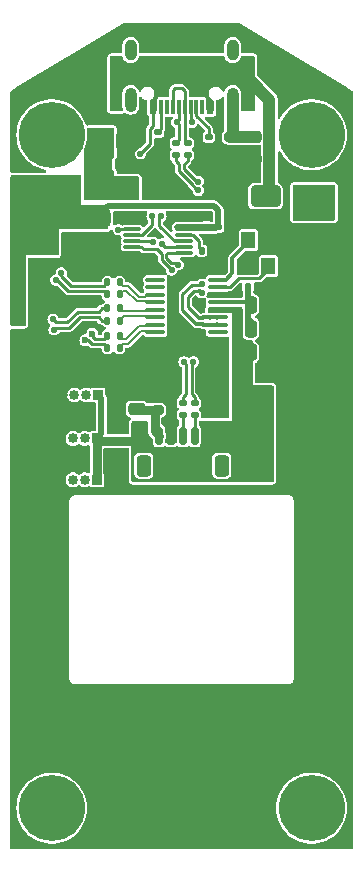
<source format=gbr>
%TF.GenerationSoftware,KiCad,Pcbnew,8.0.7-8.0.7-0~ubuntu22.04.1*%
%TF.CreationDate,2024-12-14T16:49:41+01:00*%
%TF.ProjectId,camera_360,63616d65-7261-45f3-9336-302e6b696361,rev?*%
%TF.SameCoordinates,Original*%
%TF.FileFunction,Copper,L1,Top*%
%TF.FilePolarity,Positive*%
%FSLAX46Y46*%
G04 Gerber Fmt 4.6, Leading zero omitted, Abs format (unit mm)*
G04 Created by KiCad (PCBNEW 8.0.7-8.0.7-0~ubuntu22.04.1) date 2024-12-14 16:49:41*
%MOMM*%
%LPD*%
G01*
G04 APERTURE LIST*
G04 Aperture macros list*
%AMRoundRect*
0 Rectangle with rounded corners*
0 $1 Rounding radius*
0 $2 $3 $4 $5 $6 $7 $8 $9 X,Y pos of 4 corners*
0 Add a 4 corners polygon primitive as box body*
4,1,4,$2,$3,$4,$5,$6,$7,$8,$9,$2,$3,0*
0 Add four circle primitives for the rounded corners*
1,1,$1+$1,$2,$3*
1,1,$1+$1,$4,$5*
1,1,$1+$1,$6,$7*
1,1,$1+$1,$8,$9*
0 Add four rect primitives between the rounded corners*
20,1,$1+$1,$2,$3,$4,$5,0*
20,1,$1+$1,$4,$5,$6,$7,0*
20,1,$1+$1,$6,$7,$8,$9,0*
20,1,$1+$1,$8,$9,$2,$3,0*%
G04 Aperture macros list end*
%TA.AperFunction,SMDPad,CuDef*%
%ADD10RoundRect,0.225000X-0.225000X-0.250000X0.225000X-0.250000X0.225000X0.250000X-0.225000X0.250000X0*%
%TD*%
%TA.AperFunction,SMDPad,CuDef*%
%ADD11RoundRect,0.250000X0.475000X-0.250000X0.475000X0.250000X-0.475000X0.250000X-0.475000X-0.250000X0*%
%TD*%
%TA.AperFunction,SMDPad,CuDef*%
%ADD12RoundRect,0.200000X0.275000X-0.200000X0.275000X0.200000X-0.275000X0.200000X-0.275000X-0.200000X0*%
%TD*%
%TA.AperFunction,SMDPad,CuDef*%
%ADD13RoundRect,0.140000X-0.170000X0.140000X-0.170000X-0.140000X0.170000X-0.140000X0.170000X0.140000X0*%
%TD*%
%TA.AperFunction,ComponentPad*%
%ADD14C,5.600000*%
%TD*%
%TA.AperFunction,SMDPad,CuDef*%
%ADD15RoundRect,0.135000X-0.185000X0.135000X-0.185000X-0.135000X0.185000X-0.135000X0.185000X0.135000X0*%
%TD*%
%TA.AperFunction,SMDPad,CuDef*%
%ADD16RoundRect,0.250000X-0.250000X-0.475000X0.250000X-0.475000X0.250000X0.475000X-0.250000X0.475000X0*%
%TD*%
%TA.AperFunction,SMDPad,CuDef*%
%ADD17RoundRect,0.375000X0.625000X0.375000X-0.625000X0.375000X-0.625000X-0.375000X0.625000X-0.375000X0*%
%TD*%
%TA.AperFunction,SMDPad,CuDef*%
%ADD18RoundRect,0.500000X0.500000X1.400000X-0.500000X1.400000X-0.500000X-1.400000X0.500000X-1.400000X0*%
%TD*%
%TA.AperFunction,SMDPad,CuDef*%
%ADD19RoundRect,0.075000X-0.650000X-0.075000X0.650000X-0.075000X0.650000X0.075000X-0.650000X0.075000X0*%
%TD*%
%TA.AperFunction,SMDPad,CuDef*%
%ADD20RoundRect,0.150000X0.150000X0.625000X-0.150000X0.625000X-0.150000X-0.625000X0.150000X-0.625000X0*%
%TD*%
%TA.AperFunction,SMDPad,CuDef*%
%ADD21RoundRect,0.250000X0.350000X0.650000X-0.350000X0.650000X-0.350000X-0.650000X0.350000X-0.650000X0*%
%TD*%
%TA.AperFunction,ComponentPad*%
%ADD22R,0.850000X0.850000*%
%TD*%
%TA.AperFunction,ComponentPad*%
%ADD23O,0.850000X0.850000*%
%TD*%
%TA.AperFunction,SMDPad,CuDef*%
%ADD24RoundRect,0.135000X-0.135000X-0.185000X0.135000X-0.185000X0.135000X0.185000X-0.135000X0.185000X0*%
%TD*%
%TA.AperFunction,SMDPad,CuDef*%
%ADD25RoundRect,0.200000X-0.275000X0.200000X-0.275000X-0.200000X0.275000X-0.200000X0.275000X0.200000X0*%
%TD*%
%TA.AperFunction,SMDPad,CuDef*%
%ADD26R,0.600000X1.240000*%
%TD*%
%TA.AperFunction,SMDPad,CuDef*%
%ADD27R,0.300000X1.240000*%
%TD*%
%TA.AperFunction,ComponentPad*%
%ADD28O,1.000000X2.100000*%
%TD*%
%TA.AperFunction,ComponentPad*%
%ADD29O,1.000000X1.800000*%
%TD*%
%TA.AperFunction,SMDPad,CuDef*%
%ADD30RoundRect,0.140000X0.140000X0.170000X-0.140000X0.170000X-0.140000X-0.170000X0.140000X-0.170000X0*%
%TD*%
%TA.AperFunction,SMDPad,CuDef*%
%ADD31RoundRect,0.135000X0.135000X0.185000X-0.135000X0.185000X-0.135000X-0.185000X0.135000X-0.185000X0*%
%TD*%
%TA.AperFunction,SMDPad,CuDef*%
%ADD32RoundRect,0.250000X0.250000X0.475000X-0.250000X0.475000X-0.250000X-0.475000X0.250000X-0.475000X0*%
%TD*%
%TA.AperFunction,SMDPad,CuDef*%
%ADD33RoundRect,0.250000X-0.475000X0.250000X-0.475000X-0.250000X0.475000X-0.250000X0.475000X0.250000X0*%
%TD*%
%TA.AperFunction,SMDPad,CuDef*%
%ADD34RoundRect,0.100000X-0.712500X-0.100000X0.712500X-0.100000X0.712500X0.100000X-0.712500X0.100000X0*%
%TD*%
%TA.AperFunction,SMDPad,CuDef*%
%ADD35RoundRect,0.250000X1.000000X0.650000X-1.000000X0.650000X-1.000000X-0.650000X1.000000X-0.650000X0*%
%TD*%
%TA.AperFunction,SMDPad,CuDef*%
%ADD36R,1.200000X1.400000*%
%TD*%
%TA.AperFunction,ViaPad*%
%ADD37C,0.550000*%
%TD*%
%TA.AperFunction,ViaPad*%
%ADD38C,0.650000*%
%TD*%
%TA.AperFunction,ViaPad*%
%ADD39C,0.600000*%
%TD*%
%TA.AperFunction,Conductor*%
%ADD40C,0.254000*%
%TD*%
%TA.AperFunction,Conductor*%
%ADD41C,0.508000*%
%TD*%
%TA.AperFunction,Conductor*%
%ADD42C,0.750000*%
%TD*%
%TA.AperFunction,Conductor*%
%ADD43C,0.300000*%
%TD*%
%TA.AperFunction,Conductor*%
%ADD44C,1.000000*%
%TD*%
%TA.AperFunction,Conductor*%
%ADD45C,0.200000*%
%TD*%
G04 APERTURE END LIST*
D10*
%TO.P,C11,1*%
%TO.N,+3V3*%
X91225000Y-59400000D03*
%TO.P,C11,2*%
%TO.N,GND*%
X92775000Y-59400000D03*
%TD*%
D11*
%TO.P,C14,1*%
%TO.N,/SHIELD_CONN*%
X101200000Y-67199999D03*
%TO.P,C14,2*%
%TO.N,GND*%
X101200000Y-65300001D03*
%TD*%
D12*
%TO.P,R15,1*%
%TO.N,/SHIELD_CONN*%
X103000000Y-67275000D03*
%TO.P,R15,2*%
%TO.N,GND*%
X103000000Y-65625000D03*
%TD*%
D13*
%TO.P,C3,1*%
%TO.N,+3V3*%
X108100000Y-51800000D03*
%TO.P,C3,2*%
%TO.N,GND*%
X108100000Y-52760000D03*
%TD*%
D14*
%TO.P,H3,1*%
%TO.N,N/C*%
X94000000Y-101000000D03*
%TD*%
D15*
%TO.P,R14,1*%
%TO.N,/USB_PORT2_D-*%
X106100000Y-66690001D03*
%TO.P,R14,2*%
%TO.N,Net-(J5-Pin_2)*%
X106100000Y-67709999D03*
%TD*%
D16*
%TO.P,C13,1*%
%TO.N,+3V3*%
X91250000Y-57600000D03*
%TO.P,C13,2*%
%TO.N,GND*%
X93150000Y-57600000D03*
%TD*%
D14*
%TO.P,H4,1*%
%TO.N,N/C*%
X116000000Y-101000000D03*
%TD*%
D17*
%TO.P,U3,1,GND*%
%TO.N,GND*%
X97999999Y-53300000D03*
%TO.P,U3,2,VO*%
%TO.N,+3V3*%
X97999998Y-51000000D03*
D18*
X91700000Y-51000000D03*
D17*
%TO.P,U3,3,VI*%
%TO.N,+5V*%
X97999999Y-48700000D03*
%TD*%
D19*
%TO.P,U1,1,S*%
%TO.N,/VBUS*%
X100800000Y-52000000D03*
%TO.P,U1,2,D1+*%
%TO.N,/USB_PORT1_D+*%
X100800000Y-52500001D03*
%TO.P,U1,3,D2+*%
%TO.N,/USB_PORT2_D+*%
X100800000Y-53000000D03*
%TO.P,U1,4,D+*%
%TO.N,/USB_UPSTREAM_D+*%
X100800000Y-53499999D03*
%TO.P,U1,5,GND*%
%TO.N,GND*%
X100800000Y-54000000D03*
%TO.P,U1,6,D-*%
%TO.N,/USB_UPSTREAM_D-*%
X105200000Y-54000000D03*
%TO.P,U1,7,D2-*%
%TO.N,/USB_PORT2_D-*%
X105200000Y-53499999D03*
%TO.P,U1,8,D1-*%
%TO.N,/USB_PORT1_D-*%
X105200000Y-53000000D03*
%TO.P,U1,9,~{OE}*%
%TO.N,Net-(U1-~{OE})*%
X105200000Y-52500001D03*
%TO.P,U1,10,VCC*%
%TO.N,+3V3*%
X105200000Y-52000000D03*
%TD*%
D20*
%TO.P,J5,1,Pin_1*%
%TO.N,+5V*%
X107100000Y-69475000D03*
%TO.P,J5,2,Pin_2*%
%TO.N,Net-(J5-Pin_2)*%
X106100000Y-69475000D03*
%TO.P,J5,3,Pin_3*%
%TO.N,Net-(J5-Pin_3)*%
X105100000Y-69475001D03*
%TO.P,J5,4,Pin_4*%
%TO.N,GND*%
X104100000Y-69475000D03*
%TO.P,J5,5,Pin_5*%
%TO.N,/SHIELD_CONN*%
X103100000Y-69475000D03*
D21*
%TO.P,J5,MP*%
%TO.N,N/C*%
X108400000Y-72000001D03*
X101800000Y-72000001D03*
%TD*%
D22*
%TO.P,J3,1,Pin_1*%
%TO.N,+5V*%
X97920000Y-66020000D03*
D23*
%TO.P,J3,2,Pin_2*%
%TO.N,/USB_CAM2-*%
X96920000Y-66020000D03*
%TO.P,J3,3,Pin_3*%
%TO.N,/USB_CAM2+*%
X95919999Y-66020000D03*
%TO.P,J3,4,Pin_4*%
%TO.N,GND*%
X94920000Y-66020000D03*
%TO.P,J3,5,Pin_5*%
X93920000Y-66020000D03*
%TD*%
D24*
%TO.P,R8,1*%
%TO.N,/USB_CAM3+*%
X98717026Y-57489973D03*
%TO.P,R8,2*%
%TO.N,Net-(U2-DP3)*%
X99737026Y-57489973D03*
%TD*%
D14*
%TO.P,H1,1*%
%TO.N,N/C*%
X94000000Y-44000000D03*
%TD*%
D25*
%TO.P,R1,1*%
%TO.N,/SHIELD_USBC*%
X109100000Y-44175000D03*
%TO.P,R1,2*%
%TO.N,GND*%
X109100000Y-45825000D03*
%TD*%
D15*
%TO.P,R3,1*%
%TO.N,Net-(J1-D+-PadA6)*%
X105500000Y-44690001D03*
%TO.P,R3,2*%
%TO.N,/USB_PORT1_D+*%
X105500000Y-45709999D03*
%TD*%
D16*
%TO.P,C8,1*%
%TO.N,+5V*%
X98050000Y-44500000D03*
%TO.P,C8,2*%
%TO.N,GND*%
X99950000Y-44500000D03*
%TD*%
D24*
%TO.P,R12,1*%
%TO.N,/USB_CAM1+*%
X98717026Y-61999973D03*
%TO.P,R12,2*%
%TO.N,Net-(U2-DP1)*%
X99737026Y-61999973D03*
%TD*%
D26*
%TO.P,J1,A1,GND*%
%TO.N,GND*%
X108200000Y-41625000D03*
%TO.P,J1,A4,VBUS*%
%TO.N,/VBUS*%
X107400000Y-41625000D03*
D27*
%TO.P,J1,A5,CC1*%
%TO.N,Net-(J1-CC1)*%
X106250000Y-41625000D03*
%TO.P,J1,A6,D+*%
%TO.N,Net-(J1-D+-PadA6)*%
X105250000Y-41625000D03*
%TO.P,J1,A7,D-*%
%TO.N,Net-(J1-D--PadA7)*%
X104750000Y-41625000D03*
%TO.P,J1,A8*%
%TO.N,N/C*%
X103750000Y-41625000D03*
D26*
%TO.P,J1,A9,VBUS*%
%TO.N,/VBUS*%
X102600000Y-41625000D03*
%TO.P,J1,A12,GND*%
%TO.N,GND*%
X101800000Y-41625000D03*
%TO.P,J1,B1,GND*%
X101800000Y-41625000D03*
%TO.P,J1,B4,VBUS*%
%TO.N,/VBUS*%
X102600000Y-41625000D03*
D27*
%TO.P,J1,B5,CC2*%
%TO.N,Net-(J1-CC2)*%
X103250000Y-41625000D03*
%TO.P,J1,B6,D+*%
%TO.N,Net-(J1-D+-PadA6)*%
X104250000Y-41625000D03*
%TO.P,J1,B7,D-*%
%TO.N,Net-(J1-D--PadA7)*%
X105750000Y-41625000D03*
%TO.P,J1,B8*%
%TO.N,N/C*%
X106750000Y-41625000D03*
D26*
%TO.P,J1,B9,VBUS*%
%TO.N,/VBUS*%
X107400000Y-41625000D03*
%TO.P,J1,B12,GND*%
%TO.N,GND*%
X108200000Y-41625000D03*
D28*
%TO.P,J1,S1,SHIELD*%
%TO.N,/SHIELD_USBC*%
X109320000Y-41025000D03*
D29*
X109320000Y-36825000D03*
D28*
X100680000Y-41025000D03*
D29*
X100680000Y-36825000D03*
%TD*%
D30*
%TO.P,C9,1*%
%TO.N,GND*%
X111580000Y-56900000D03*
%TO.P,C9,2*%
%TO.N,Net-(U2-VDD33)*%
X110620000Y-56900000D03*
%TD*%
D24*
%TO.P,R10,1*%
%TO.N,/USB_CAM2+*%
X98717026Y-59719973D03*
%TO.P,R10,2*%
%TO.N,Net-(U2-DP2)*%
X99737026Y-59719973D03*
%TD*%
D30*
%TO.P,C5,1*%
%TO.N,GND*%
X111510000Y-63900000D03*
%TO.P,C5,2*%
%TO.N,+5V*%
X110550000Y-63900000D03*
%TD*%
D22*
%TO.P,J4,1,Pin_1*%
%TO.N,+5V*%
X97800000Y-73200000D03*
D23*
%TO.P,J4,2,Pin_2*%
%TO.N,/USB_CAM3-*%
X96800000Y-73200000D03*
%TO.P,J4,3,Pin_3*%
%TO.N,/USB_CAM3+*%
X95799999Y-73200000D03*
%TO.P,J4,4,Pin_4*%
%TO.N,GND*%
X94800000Y-73200000D03*
%TO.P,J4,5,Pin_5*%
X93800000Y-73200000D03*
%TD*%
D13*
%TO.P,C2,1*%
%TO.N,+3V3*%
X107100000Y-51800000D03*
%TO.P,C2,2*%
%TO.N,GND*%
X107100000Y-52760000D03*
%TD*%
D31*
%TO.P,R4,1*%
%TO.N,GND*%
X107709999Y-53800000D03*
%TO.P,R4,2*%
%TO.N,Net-(U1-~{OE})*%
X106690001Y-53800000D03*
%TD*%
%TO.P,R7,1*%
%TO.N,Net-(U2-DM3)*%
X99737025Y-56489973D03*
%TO.P,R7,2*%
%TO.N,/USB_CAM3-*%
X98717027Y-56489973D03*
%TD*%
D32*
%TO.P,C6,1*%
%TO.N,GND*%
X112749999Y-60400000D03*
%TO.P,C6,2*%
%TO.N,Net-(U2-VDD33)*%
X110850001Y-60400000D03*
%TD*%
D10*
%TO.P,C10,1*%
%TO.N,+5V*%
X98225000Y-46500000D03*
%TO.P,C10,2*%
%TO.N,GND*%
X99775000Y-46500000D03*
%TD*%
D31*
%TO.P,R11,1*%
%TO.N,Net-(U2-DM1)*%
X99737025Y-60989973D03*
%TO.P,R11,2*%
%TO.N,/USB_CAM1-*%
X98717027Y-60989973D03*
%TD*%
D24*
%TO.P,R9,1*%
%TO.N,/USB_CAM2-*%
X98717026Y-58689973D03*
%TO.P,R9,2*%
%TO.N,Net-(U2-DM2)*%
X99737026Y-58689973D03*
%TD*%
D15*
%TO.P,R2,1*%
%TO.N,Net-(J1-D--PadA7)*%
X104500000Y-44690001D03*
%TO.P,R2,2*%
%TO.N,/USB_PORT1_D-*%
X104500000Y-45709999D03*
%TD*%
D33*
%TO.P,C1,1*%
%TO.N,/SHIELD_USBC*%
X111000000Y-44150000D03*
%TO.P,C1,2*%
%TO.N,GND*%
X111000000Y-46050000D03*
%TD*%
D16*
%TO.P,C12,1*%
%TO.N,+3V3*%
X91250000Y-55600000D03*
%TO.P,C12,2*%
%TO.N,GND*%
X93150000Y-55600000D03*
%TD*%
D34*
%TO.P,U2,1,DM4*%
%TO.N,unconnected-(U2-DM4-Pad1)*%
X102779526Y-56267473D03*
%TO.P,U2,2,DP4*%
%TO.N,unconnected-(U2-DP4-Pad2)*%
X102779526Y-56902473D03*
%TO.P,U2,3,DM3*%
%TO.N,Net-(U2-DM3)*%
X102779526Y-57537473D03*
%TO.P,U2,4,DP3*%
%TO.N,Net-(U2-DP3)*%
X102779526Y-58172473D03*
%TO.P,U2,5,DM2*%
%TO.N,Net-(U2-DM2)*%
X102779526Y-58807473D03*
%TO.P,U2,6,DP2*%
%TO.N,Net-(U2-DP2)*%
X102779526Y-59442473D03*
%TO.P,U2,7,DM1*%
%TO.N,Net-(U2-DM1)*%
X102779526Y-60077473D03*
%TO.P,U2,8,DP1*%
%TO.N,Net-(U2-DP1)*%
X102779526Y-60712473D03*
%TO.P,U2,9,RESET#/CDP*%
%TO.N,unconnected-(U2-RESET#{slash}CDP-Pad9)*%
X108054526Y-60712473D03*
%TO.P,U2,10,DMU*%
%TO.N,/USB_UPSTREAM_D-*%
X108054526Y-60077473D03*
%TO.P,U2,11,DPU*%
%TO.N,/USB_UPSTREAM_D+*%
X108054526Y-59442473D03*
%TO.P,U2,12,V5*%
%TO.N,+5V*%
X108054526Y-58807473D03*
%TO.P,U2,13,VDD33*%
%TO.N,Net-(U2-VDD33)*%
X108054526Y-58172473D03*
%TO.P,U2,14,GND*%
%TO.N,GND*%
X108054526Y-57537473D03*
%TO.P,U2,15,XO*%
%TO.N,Net-(U2-XO)*%
X108054526Y-56902473D03*
%TO.P,U2,16,XI*%
%TO.N,Net-(U2-XI)*%
X108054526Y-56267473D03*
%TD*%
D32*
%TO.P,C7,1*%
%TO.N,GND*%
X112750000Y-58400000D03*
%TO.P,C7,2*%
%TO.N,Net-(U2-VDD33)*%
X110850000Y-58400000D03*
%TD*%
D15*
%TO.P,R13,1*%
%TO.N,/USB_PORT2_D+*%
X105100000Y-66690001D03*
%TO.P,R13,2*%
%TO.N,Net-(J5-Pin_3)*%
X105100000Y-67709999D03*
%TD*%
D14*
%TO.P,H2,1*%
%TO.N,N/C*%
X116000000Y-44000000D03*
%TD*%
D32*
%TO.P,C4,1*%
%TO.N,GND*%
X112739999Y-62400000D03*
%TO.P,C4,2*%
%TO.N,+5V*%
X110840001Y-62400000D03*
%TD*%
D15*
%TO.P,R5,1*%
%TO.N,Net-(J1-CC2)*%
X103000000Y-43790001D03*
%TO.P,R5,2*%
%TO.N,GND*%
X103000000Y-44809999D03*
%TD*%
D35*
%TO.P,D1,1,K*%
%TO.N,+5V*%
X116100001Y-49200000D03*
%TO.P,D1,2,A*%
%TO.N,/VBUS*%
X112099999Y-49200000D03*
%TD*%
D36*
%TO.P,Y1,1,1*%
%TO.N,Net-(U2-XO)*%
X112350000Y-55100000D03*
%TO.P,Y1,2,2*%
%TO.N,GND*%
X112350000Y-52900000D03*
%TO.P,Y1,3,3*%
%TO.N,Net-(U2-XI)*%
X110650000Y-52900000D03*
%TO.P,Y1,4,4*%
%TO.N,GND*%
X110650000Y-55100000D03*
%TD*%
D22*
%TO.P,J2,1,Pin_1*%
%TO.N,+5V*%
X97800000Y-69700000D03*
D23*
%TO.P,J2,2,Pin_2*%
%TO.N,/USB_CAM1-*%
X96800000Y-69700000D03*
%TO.P,J2,3,Pin_3*%
%TO.N,/USB_CAM1+*%
X95799999Y-69700000D03*
%TO.P,J2,4,Pin_4*%
%TO.N,GND*%
X94800000Y-69700000D03*
%TO.P,J2,5,Pin_5*%
X93800000Y-69700000D03*
%TD*%
D15*
%TO.P,R6,1*%
%TO.N,Net-(J1-CC1)*%
X107300000Y-44190001D03*
%TO.P,R6,2*%
%TO.N,GND*%
X107300000Y-45209999D03*
%TD*%
D37*
%TO.N,+5V*%
X111800000Y-71550000D03*
D38*
X100800000Y-48000000D03*
X100800000Y-48800000D03*
D37*
X111050000Y-72300000D03*
X116200000Y-50500000D03*
X111050000Y-71550000D03*
X115200000Y-50500000D03*
D38*
X99600000Y-48800000D03*
D37*
X117200000Y-50500000D03*
X110300000Y-71560000D03*
D38*
X99600000Y-48000000D03*
D37*
X111800000Y-72300000D03*
X110300000Y-72300000D03*
D38*
%TO.N,GND*%
X112400000Y-52900000D03*
X106290000Y-50860000D03*
X108250000Y-43000000D03*
X98790000Y-100860000D03*
X118790000Y-90860000D03*
D37*
X104449997Y-63200000D03*
D38*
X111290000Y-98360000D03*
D37*
X104300000Y-56300000D03*
D38*
X96290000Y-93360000D03*
X116290000Y-68360000D03*
X96290000Y-38360000D03*
X103790000Y-93360000D03*
X103790000Y-98360000D03*
D37*
X107200000Y-48000000D03*
D38*
X91290000Y-78360000D03*
X118790000Y-48360000D03*
X116290000Y-53360000D03*
X118790000Y-88360000D03*
X111290000Y-95860000D03*
X113790000Y-55860000D03*
X91290000Y-83360000D03*
X93790000Y-83360000D03*
X101290000Y-103360000D03*
X96290000Y-95860000D03*
X108790000Y-103360000D03*
D37*
X97471000Y-68783000D03*
D38*
X103790000Y-95860000D03*
X116290000Y-73360000D03*
X108790000Y-93360000D03*
X103790000Y-100860000D03*
X109600000Y-57400000D03*
X106290000Y-93360000D03*
X108790000Y-100860000D03*
D37*
X102800000Y-52300000D03*
D38*
X118790000Y-85860000D03*
X116290000Y-55860000D03*
X116290000Y-83360000D03*
X101290000Y-55860000D03*
D37*
X104210000Y-50840000D03*
D38*
X111290000Y-103360000D03*
X113790000Y-38360000D03*
X98790000Y-103360000D03*
X106290000Y-95860000D03*
X108790000Y-48360000D03*
X116290000Y-78360000D03*
X98790000Y-95860000D03*
X116290000Y-80860000D03*
X113790000Y-60860000D03*
X116290000Y-95860000D03*
X98790000Y-93360000D03*
X98790000Y-98360000D03*
X118790000Y-93360000D03*
X91290000Y-93360000D03*
X116290000Y-63360000D03*
X106290000Y-103360000D03*
X116290000Y-93360000D03*
D37*
X95500000Y-55300000D03*
D38*
X101290000Y-98360000D03*
X93790000Y-75860000D03*
D37*
X93691574Y-56659141D03*
D38*
X118790000Y-80860000D03*
X118790000Y-40860000D03*
D37*
X96781135Y-60387487D03*
D38*
X116290000Y-60860000D03*
X113790000Y-93360000D03*
X110650000Y-55100000D03*
D37*
X107100000Y-49100000D03*
D38*
X93790000Y-95860000D03*
D37*
X101900000Y-54400000D03*
X106286483Y-43551333D03*
D38*
X118790000Y-78360000D03*
D37*
X93731477Y-61085654D03*
X106500000Y-58200000D03*
D38*
X116290000Y-75860000D03*
X91290000Y-40860000D03*
X113790000Y-53360000D03*
X91290000Y-73360000D03*
X96290000Y-53360000D03*
X118790000Y-75860000D03*
D37*
X101520000Y-50770000D03*
D38*
X113790000Y-70860000D03*
X108790000Y-98360000D03*
X101290000Y-63360000D03*
X113790000Y-73360000D03*
X101290000Y-100860000D03*
X91290000Y-95860000D03*
X101290000Y-93360000D03*
D37*
X96795383Y-62168972D03*
D38*
X116290000Y-58360000D03*
D37*
X94600000Y-59000000D03*
D38*
X108790000Y-95860000D03*
X93790000Y-85860000D03*
X111290000Y-100860000D03*
X91290000Y-80860000D03*
X91290000Y-98360000D03*
X93790000Y-68360000D03*
D37*
X106800000Y-55900000D03*
D38*
X113790000Y-40860000D03*
X91290000Y-88360000D03*
D37*
X98929000Y-68783000D03*
D38*
X118790000Y-83360000D03*
X93790000Y-90860000D03*
D37*
X106800000Y-63200000D03*
D38*
X111290000Y-93360000D03*
X103790000Y-103360000D03*
X93790000Y-78360000D03*
X96290000Y-40860000D03*
X91290000Y-103360000D03*
X91290000Y-90860000D03*
X118790000Y-103360000D03*
X111290000Y-50860000D03*
D37*
X105439798Y-54876700D03*
X98951088Y-67100000D03*
D38*
X93790000Y-80860000D03*
X93790000Y-63360000D03*
X113790000Y-95860000D03*
X106290000Y-100860000D03*
X91290000Y-75860000D03*
X93790000Y-88360000D03*
X113790000Y-63360000D03*
X116290000Y-88360000D03*
X91290000Y-85860000D03*
X116290000Y-85860000D03*
X101800000Y-43000000D03*
X101290000Y-95860000D03*
X116290000Y-90860000D03*
X118790000Y-95860000D03*
X93790000Y-93360000D03*
D37*
X97471000Y-67198000D03*
D38*
X106290000Y-98360000D03*
X118790000Y-70860000D03*
D37*
X103926065Y-43288847D03*
D38*
X118790000Y-73360000D03*
X113790000Y-58360000D03*
X118790000Y-98360000D03*
D37*
%TO.N,/USB_CAM2-*%
X94100000Y-59600000D03*
%TO.N,/USB_CAM2+*%
X94200000Y-60500000D03*
%TO.N,/USB_CAM3-*%
X94800000Y-55700000D03*
%TO.N,/USB_CAM3+*%
X94349998Y-56300002D03*
D39*
%TO.N,/USB_CAM1-*%
X97426979Y-60815872D03*
%TO.N,/USB_CAM1+*%
X96847151Y-61395700D03*
D37*
%TO.N,/USB_UPSTREAM_D-*%
X104700000Y-55000000D03*
X106693934Y-56642465D03*
%TO.N,/USB_UPSTREAM_D+*%
X106701593Y-57346426D03*
X104150266Y-55439787D03*
%TO.N,/VBUS*%
X101500000Y-45600000D03*
X99640000Y-52030000D03*
%TO.N,/USB_PORT1_D-*%
X103249993Y-50899083D03*
X106400000Y-48700000D03*
%TO.N,/USB_PORT1_D+*%
X106400000Y-47949997D03*
X102500001Y-50903015D03*
%TO.N,/USB_PORT2_D-*%
X103339798Y-53223300D03*
X106000000Y-63200000D03*
%TO.N,/USB_PORT2_D+*%
X102600000Y-53100000D03*
X105200000Y-63200000D03*
%TO.N,Net-(J1-D--PadA7)*%
X105852000Y-42940000D03*
X104590000Y-42940000D03*
%TD*%
D40*
%TO.N,Net-(U2-XO)*%
X112350000Y-55100000D02*
X112350000Y-55354000D01*
X112350000Y-55354000D02*
X111554000Y-56150000D01*
X109850000Y-56150000D02*
X109097527Y-56902473D01*
X111554000Y-56150000D02*
X109850000Y-56150000D01*
X109097527Y-56902473D02*
X108054526Y-56902473D01*
D41*
%TO.N,+5V*%
X98200000Y-69300000D02*
X98200000Y-66300000D01*
D42*
X101400000Y-69900000D02*
X98000000Y-69900000D01*
X97800000Y-69700000D02*
X97800000Y-73200000D01*
X97799999Y-70300000D02*
X97809999Y-70300000D01*
D41*
X97799999Y-70300000D02*
X97979000Y-70120999D01*
X97800000Y-69700000D02*
X98200000Y-69300000D01*
D42*
X98000000Y-69900000D02*
X97800000Y-69700000D01*
X101500000Y-70000000D02*
X101400000Y-69900000D01*
X97799999Y-70300000D02*
X97899999Y-70200000D01*
D41*
X98200000Y-66300000D02*
X97920000Y-66020000D01*
%TO.N,GND*%
X104100000Y-69475000D02*
X104100000Y-67700000D01*
X108200000Y-41625000D02*
X108200000Y-42950000D01*
X108200000Y-42950000D02*
X108250000Y-43000000D01*
X101800000Y-41625000D02*
X101800000Y-43000000D01*
D40*
%TO.N,/USB_CAM2-*%
X95301830Y-59863000D02*
X94363000Y-59863000D01*
X97959025Y-58967973D02*
X96196857Y-58967973D01*
X94363000Y-59863000D02*
X94100000Y-59600000D01*
X98237025Y-58689973D02*
X97959025Y-58967973D01*
X96196857Y-58967973D02*
X95301830Y-59863000D01*
X98717026Y-58689973D02*
X98237025Y-58689973D01*
%TO.N,/USB_CAM2+*%
X94363000Y-60337000D02*
X94200000Y-60500000D01*
X96393197Y-59441973D02*
X95498170Y-60337000D01*
X97959025Y-59441973D02*
X96393197Y-59441973D01*
X95498170Y-60337000D02*
X94363000Y-60337000D01*
X98717026Y-59719973D02*
X98237025Y-59719973D01*
X98237025Y-59719973D02*
X97959025Y-59441973D01*
%TO.N,/USB_CAM3-*%
X94800000Y-55964833D02*
X94800000Y-55700000D01*
X98454027Y-56752973D02*
X95588140Y-56752973D01*
X95588140Y-56752973D02*
X94800000Y-55964833D01*
X98717027Y-56489973D02*
X98454027Y-56752973D01*
%TO.N,/USB_CAM3+*%
X98454026Y-57226973D02*
X98717026Y-57489973D01*
X95391802Y-57226973D02*
X98454026Y-57226973D01*
X94349998Y-56300002D02*
X94464831Y-56300002D01*
X94464831Y-56300002D02*
X95391802Y-57226973D01*
%TO.N,/USB_CAM1-*%
X98717027Y-60989973D02*
X98449027Y-61257973D01*
X98449027Y-61257973D02*
X97624421Y-61257973D01*
X97426979Y-61060531D02*
X97426979Y-60815872D01*
X97624421Y-61257973D02*
X97426979Y-61060531D01*
%TO.N,/USB_CAM1+*%
X98717026Y-61999973D02*
X98449026Y-61731973D01*
X98449026Y-61731973D02*
X97428083Y-61731973D01*
X97091810Y-61395700D02*
X96847151Y-61395700D01*
X97428083Y-61731973D02*
X97091810Y-61395700D01*
%TO.N,/USB_UPSTREAM_D-*%
X103681000Y-54119000D02*
X103800000Y-54000000D01*
D43*
X106252277Y-60019973D02*
X105316152Y-59083848D01*
X108012026Y-60034973D02*
X108054526Y-60077473D01*
D40*
X103800000Y-54000000D02*
X105200000Y-54000000D01*
X105063000Y-58830696D02*
X105063000Y-57499738D01*
D43*
X108054526Y-60077473D02*
X106835775Y-60077473D01*
D40*
X103681000Y-54431704D02*
X103681000Y-54119000D01*
X104583787Y-54883787D02*
X104133082Y-54883787D01*
X105894738Y-56668000D02*
X106668399Y-56668000D01*
X104700000Y-55000000D02*
X104583787Y-54883787D01*
D43*
X106778275Y-60019973D02*
X106252277Y-60019973D01*
D40*
X105063000Y-57499738D02*
X105894738Y-56668000D01*
D43*
X106835775Y-60077473D02*
X106778275Y-60019973D01*
D40*
X105316152Y-59083848D02*
X105063000Y-58830696D01*
X104133082Y-54883787D02*
X103681000Y-54431704D01*
D43*
X106693934Y-56642465D02*
X106668399Y-56668000D01*
D40*
%TO.N,/USB_UPSTREAM_D+*%
X103300000Y-54589521D02*
X103300000Y-54100000D01*
D43*
X108012026Y-59484973D02*
X108054526Y-59442473D01*
X107399526Y-59484973D02*
X107442026Y-59442473D01*
X108054526Y-59442473D02*
X106835775Y-59442473D01*
X106467669Y-59499973D02*
X105683848Y-58716152D01*
D40*
X101797592Y-53702000D02*
X101595591Y-53499999D01*
D43*
X106778275Y-59499973D02*
X106467669Y-59499973D01*
D40*
X103300000Y-54100000D02*
X102902000Y-53702000D01*
D43*
X106835775Y-59442473D02*
X106778275Y-59499973D01*
D40*
X102902000Y-53702000D02*
X101797592Y-53702000D01*
D43*
X106576632Y-57221465D02*
X106454104Y-57221465D01*
X106454104Y-57221465D02*
X106432639Y-57200000D01*
D40*
X105683848Y-58716152D02*
X105537000Y-58569304D01*
X105537000Y-57696078D02*
X106033078Y-57200000D01*
X101595591Y-53499999D02*
X100800000Y-53499999D01*
X104150266Y-55439787D02*
X103300000Y-54589521D01*
D43*
X107442026Y-59442473D02*
X108054526Y-59442473D01*
X106701593Y-57346426D02*
X106576632Y-57221465D01*
D40*
X105537000Y-58569304D02*
X105537000Y-57696078D01*
X106033078Y-57200000D02*
X106432639Y-57200000D01*
D44*
%TO.N,/SHIELD_USBC*%
X109320000Y-42500000D02*
X109320000Y-43955000D01*
X109320000Y-43955000D02*
X109100000Y-44175000D01*
X109100000Y-44175000D02*
X110875000Y-44175000D01*
X109320000Y-41025000D02*
X109320000Y-42500000D01*
D42*
%TO.N,/SHIELD_CONN*%
X102700000Y-67325000D02*
X102650000Y-67275000D01*
X102700000Y-69075000D02*
X102700000Y-67325000D01*
X103100000Y-69475000D02*
X102700000Y-69075000D01*
X100925001Y-67275000D02*
X100850000Y-67199999D01*
X102650000Y-67275000D02*
X100925001Y-67275000D01*
D40*
%TO.N,Net-(J1-CC2)*%
X103250000Y-41625000D02*
X103250000Y-43540001D01*
X103250000Y-43540001D02*
X103000000Y-43790001D01*
%TO.N,Net-(J1-CC1)*%
X106250000Y-42400000D02*
X107300000Y-43450000D01*
X107300000Y-43450000D02*
X107300000Y-44190001D01*
X106250000Y-41625000D02*
X106250000Y-42400000D01*
D43*
%TO.N,+3V3*%
X107900000Y-52000000D02*
X108100000Y-51800000D01*
D41*
X97749999Y-51000000D02*
X98749999Y-50000000D01*
D43*
X105200000Y-52000000D02*
X107900000Y-52000000D01*
D41*
X98749999Y-50000000D02*
X107730000Y-50000000D01*
X107730000Y-50000000D02*
X108100000Y-50370000D01*
X108100000Y-51800000D02*
X104620000Y-51800000D01*
X108100000Y-50370000D02*
X108100000Y-51800000D01*
D43*
X108100000Y-51800000D02*
X107100000Y-51800000D01*
D40*
%TO.N,/VBUS*%
X102300000Y-44800000D02*
X102300000Y-43512893D01*
D44*
X112425000Y-48874999D02*
X112099999Y-49200000D01*
D40*
X102300000Y-43512893D02*
X102600000Y-43212893D01*
X99670000Y-52000000D02*
X99640000Y-52030000D01*
X102600000Y-43212893D02*
X102600000Y-41625000D01*
X100800000Y-52000000D02*
X99670000Y-52000000D01*
X101500000Y-45600000D02*
X102300000Y-44800000D01*
D44*
X110700000Y-39300000D02*
X112425000Y-41025000D01*
X112425000Y-41025000D02*
X112425000Y-48874999D01*
D40*
%TO.N,/USB_PORT1_D-*%
X104763000Y-46453000D02*
X104763000Y-47063000D01*
X103249993Y-50899083D02*
X103100000Y-51049076D01*
X104500000Y-45709999D02*
X104500000Y-46190000D01*
X104763000Y-47063000D02*
X105844000Y-48144000D01*
X105844000Y-48144000D02*
X105844000Y-48180300D01*
X106205997Y-48505997D02*
X106400000Y-48700000D01*
X104500000Y-46190000D02*
X104763000Y-46453000D01*
X104400000Y-53000000D02*
X105200000Y-53000000D01*
X103100000Y-51700000D02*
X104400000Y-53000000D01*
X105844000Y-48180300D02*
X106169697Y-48505997D01*
X106169697Y-48505997D02*
X106205997Y-48505997D01*
X103100000Y-51049076D02*
X103100000Y-51700000D01*
%TO.N,/USB_PORT1_D+*%
X102500001Y-50903015D02*
X102500001Y-51599999D01*
X105237000Y-46866662D02*
X106320335Y-47949997D01*
X105500000Y-46190000D02*
X105237000Y-46453000D01*
X101599999Y-52500001D02*
X100800000Y-52500001D01*
X102500001Y-51599999D02*
X101599999Y-52500001D01*
X105500000Y-45709999D02*
X105500000Y-46190000D01*
X106320335Y-47949997D02*
X106400000Y-47949997D01*
X105237000Y-46453000D02*
X105237000Y-46866662D01*
%TO.N,/USB_PORT2_D-*%
X103339798Y-53223300D02*
X103616497Y-53499999D01*
X106100000Y-66690001D02*
X106100000Y-66210000D01*
X103616497Y-53499999D02*
X105200000Y-53499999D01*
X105837000Y-65947000D02*
X105837000Y-63363000D01*
X106100000Y-66210000D02*
X105837000Y-65947000D01*
X105837000Y-63363000D02*
X106000000Y-63200000D01*
%TO.N,/USB_PORT2_D+*%
X105363000Y-63363000D02*
X105200000Y-63200000D01*
X105100000Y-66210000D02*
X105363000Y-65947000D01*
X102502000Y-53002000D02*
X100802000Y-53002000D01*
X100802000Y-53002000D02*
X100800000Y-53000000D01*
X105363000Y-65947000D02*
X105363000Y-63363000D01*
X102600000Y-53100000D02*
X102502000Y-53002000D01*
X105100000Y-66690001D02*
X105100000Y-66210000D01*
%TO.N,Net-(J1-D+-PadA6)*%
X104410000Y-40040000D02*
X105010000Y-40040000D01*
X105250000Y-41625000D02*
X105250000Y-44440001D01*
X105010000Y-40040000D02*
X105250000Y-40280000D01*
X104250000Y-41625000D02*
X104250000Y-40200000D01*
X104250000Y-40200000D02*
X104410000Y-40040000D01*
X105250000Y-44440001D02*
X105500000Y-44690001D01*
X105250000Y-40280000D02*
X105250000Y-41625000D01*
%TO.N,Net-(J1-D--PadA7)*%
X105750000Y-42838000D02*
X105750000Y-41625000D01*
X104590000Y-42940000D02*
X104750000Y-43100000D01*
X105852000Y-42940000D02*
X105750000Y-42838000D01*
X104750000Y-42780000D02*
X104590000Y-42940000D01*
X104750000Y-44440001D02*
X104500000Y-44690001D01*
X105852000Y-42940000D02*
X105852000Y-42908000D01*
X104750000Y-41625000D02*
X104750000Y-42780000D01*
X104750000Y-43100000D02*
X104750000Y-44440001D01*
%TO.N,Net-(J5-Pin_3)*%
X105100000Y-69475001D02*
X105100000Y-67709999D01*
%TO.N,Net-(J5-Pin_2)*%
X106100000Y-67709999D02*
X106100000Y-69475000D01*
D41*
%TO.N,Net-(U2-VDD33)*%
X110620000Y-59969999D02*
X110850001Y-60200000D01*
X110795000Y-58430000D02*
X110620000Y-58605000D01*
D43*
X110537473Y-58172473D02*
X110795000Y-58430000D01*
X110652500Y-59462500D02*
X110850001Y-59660001D01*
X108054526Y-58172473D02*
X110537473Y-58172473D01*
X110850001Y-59660001D02*
X110850001Y-60200000D01*
D41*
X110620000Y-58255000D02*
X110620000Y-56900000D01*
X110795000Y-58430000D02*
X110620000Y-58255000D01*
X110620000Y-58605000D02*
X110620000Y-59969999D01*
D40*
%TO.N,Net-(U1-~{OE})*%
X106463000Y-52967408D02*
X106463000Y-53572999D01*
X105200000Y-52500001D02*
X105995593Y-52500001D01*
X105995593Y-52500001D02*
X106463000Y-52967408D01*
X106463000Y-53572999D02*
X106690001Y-53800000D01*
D45*
%TO.N,Net-(U2-DM3)*%
X101382712Y-57689973D02*
X100482712Y-56789973D01*
X101881070Y-57689973D02*
X101382712Y-57689973D01*
X100482712Y-56789973D02*
X100037025Y-56789973D01*
X100037025Y-56789973D02*
X99737025Y-56489973D01*
X102779526Y-57537473D02*
X102033570Y-57537473D01*
X102033570Y-57537473D02*
X101881070Y-57689973D01*
%TO.N,Net-(U2-DP3)*%
X101217026Y-58089973D02*
X102697026Y-58089973D01*
X99737026Y-57489973D02*
X100037026Y-57189973D01*
X100037026Y-57189973D02*
X100317026Y-57189973D01*
X102697026Y-58089973D02*
X102779526Y-58172473D01*
X100317026Y-57189973D02*
X101217026Y-58089973D01*
%TO.N,Net-(U2-DM2)*%
X102667026Y-58919973D02*
X102779526Y-58807473D01*
X99967026Y-58919973D02*
X102667026Y-58919973D01*
X99737026Y-58689973D02*
X99967026Y-58919973D01*
%TO.N,Net-(U2-DP2)*%
X101911070Y-59319973D02*
X100137026Y-59319973D01*
X102033570Y-59442473D02*
X101911070Y-59319973D01*
X102779526Y-59442473D02*
X102033570Y-59442473D01*
X100137026Y-59319973D02*
X99737026Y-59719973D01*
%TO.N,Net-(U2-DM1)*%
X100047025Y-61299973D02*
X100287026Y-61299973D01*
X99737025Y-60989973D02*
X100047025Y-61299973D01*
X100287026Y-61299973D02*
X101397026Y-60189973D01*
X102667026Y-60189973D02*
X102779526Y-60077473D01*
X101397026Y-60189973D02*
X102667026Y-60189973D01*
%TO.N,Net-(U2-DP1)*%
X100452712Y-61699973D02*
X100037026Y-61699973D01*
X102657026Y-60589973D02*
X101562712Y-60589973D01*
X100037026Y-61699973D02*
X99737026Y-61999973D01*
X101562712Y-60589973D02*
X100452712Y-61699973D01*
X102779526Y-60712473D02*
X102657026Y-60589973D01*
D43*
%TO.N,Net-(U2-XI)*%
X109300000Y-54400000D02*
X110300000Y-53400000D01*
X108054526Y-56267473D02*
X108732527Y-56267473D01*
X108732527Y-56267473D02*
X109300000Y-55700000D01*
X109300000Y-55700000D02*
X109300000Y-54400000D01*
X110300000Y-53400000D02*
X111000000Y-53400000D01*
%TD*%
%TA.AperFunction,Conductor*%
%TO.N,+3V3*%
G36*
X96437539Y-47419685D02*
G01*
X96483294Y-47472489D01*
X96494500Y-47524000D01*
X96494500Y-49376007D01*
X96499289Y-49420539D01*
X96500000Y-49433795D01*
X96500000Y-49900000D01*
X98676000Y-49900000D01*
X98743039Y-49919685D01*
X98788794Y-49972489D01*
X98800000Y-50024000D01*
X98800000Y-51876000D01*
X98780315Y-51943039D01*
X98727511Y-51988794D01*
X98676000Y-52000000D01*
X94600000Y-52000000D01*
X94600000Y-54076000D01*
X94580315Y-54143039D01*
X94527511Y-54188794D01*
X94476000Y-54200000D01*
X91800000Y-54200000D01*
X91800000Y-60076000D01*
X91780315Y-60143039D01*
X91727511Y-60188794D01*
X91676000Y-60200000D01*
X90624500Y-60200000D01*
X90557461Y-60180315D01*
X90511706Y-60127511D01*
X90500500Y-60076000D01*
X90500500Y-47524000D01*
X90520185Y-47456961D01*
X90572989Y-47411206D01*
X90624500Y-47400000D01*
X96370500Y-47400000D01*
X96437539Y-47419685D01*
G37*
%TD.AperFunction*%
%TD*%
%TA.AperFunction,Conductor*%
%TO.N,+5V*%
G36*
X110092539Y-58599685D02*
G01*
X110138294Y-58652489D01*
X110149500Y-58704000D01*
X110149500Y-58929269D01*
X110152353Y-58959699D01*
X110158540Y-58977378D01*
X110165500Y-59018336D01*
X110165500Y-59781665D01*
X110158542Y-59822618D01*
X110152355Y-59840298D01*
X110152354Y-59840305D01*
X110149501Y-59870730D01*
X110149501Y-60929269D01*
X110152354Y-60959699D01*
X110152354Y-60959701D01*
X110197207Y-61087880D01*
X110197208Y-61087882D01*
X110277851Y-61197150D01*
X110387119Y-61277793D01*
X110429846Y-61292744D01*
X110515300Y-61322646D01*
X110545731Y-61325500D01*
X110876000Y-61325500D01*
X110943039Y-61345185D01*
X110988794Y-61397989D01*
X111000000Y-61449500D01*
X111000000Y-65200000D01*
X112676000Y-65200000D01*
X112743039Y-65219685D01*
X112788794Y-65272489D01*
X112800000Y-65324000D01*
X112800000Y-73276000D01*
X112780315Y-73343039D01*
X112727511Y-73388794D01*
X112676000Y-73400000D01*
X100874000Y-73400000D01*
X100806961Y-73380315D01*
X100761206Y-73327511D01*
X100750000Y-73276000D01*
X100750000Y-71295731D01*
X100999500Y-71295731D01*
X100999500Y-72704270D01*
X101002353Y-72734700D01*
X101002353Y-72734702D01*
X101042008Y-72848026D01*
X101047207Y-72862883D01*
X101127850Y-72972151D01*
X101237118Y-73052794D01*
X101279845Y-73067745D01*
X101365299Y-73097647D01*
X101395730Y-73100501D01*
X101395734Y-73100501D01*
X102204270Y-73100501D01*
X102234699Y-73097647D01*
X102234701Y-73097647D01*
X102298790Y-73075220D01*
X102362882Y-73052794D01*
X102472150Y-72972151D01*
X102552793Y-72862883D01*
X102575219Y-72798791D01*
X102597646Y-72734702D01*
X102597646Y-72734700D01*
X102600500Y-72704270D01*
X102600500Y-71295731D01*
X107599500Y-71295731D01*
X107599500Y-72704270D01*
X107602353Y-72734700D01*
X107602353Y-72734702D01*
X107642008Y-72848026D01*
X107647207Y-72862883D01*
X107727850Y-72972151D01*
X107837118Y-73052794D01*
X107879845Y-73067745D01*
X107965299Y-73097647D01*
X107995730Y-73100501D01*
X107995734Y-73100501D01*
X108804270Y-73100501D01*
X108834699Y-73097647D01*
X108834701Y-73097647D01*
X108898790Y-73075220D01*
X108962882Y-73052794D01*
X109072150Y-72972151D01*
X109152793Y-72862883D01*
X109175219Y-72798791D01*
X109197646Y-72734702D01*
X109197646Y-72734700D01*
X109200500Y-72704270D01*
X109200500Y-71295731D01*
X109197646Y-71265301D01*
X109197646Y-71265299D01*
X109152793Y-71137120D01*
X109152792Y-71137118D01*
X109143862Y-71125018D01*
X109072150Y-71027851D01*
X108962882Y-70947208D01*
X108962880Y-70947207D01*
X108834700Y-70902354D01*
X108804270Y-70899501D01*
X108804266Y-70899501D01*
X107995734Y-70899501D01*
X107995730Y-70899501D01*
X107965300Y-70902354D01*
X107965298Y-70902354D01*
X107837119Y-70947207D01*
X107837117Y-70947208D01*
X107727850Y-71027851D01*
X107647207Y-71137118D01*
X107647206Y-71137120D01*
X107602353Y-71265299D01*
X107602353Y-71265301D01*
X107599500Y-71295731D01*
X102600500Y-71295731D01*
X102597646Y-71265301D01*
X102597646Y-71265299D01*
X102552793Y-71137120D01*
X102552792Y-71137118D01*
X102543862Y-71125018D01*
X102472150Y-71027851D01*
X102362882Y-70947208D01*
X102362880Y-70947207D01*
X102234700Y-70902354D01*
X102204270Y-70899501D01*
X102204266Y-70899501D01*
X101395734Y-70899501D01*
X101395730Y-70899501D01*
X101365300Y-70902354D01*
X101365298Y-70902354D01*
X101237119Y-70947207D01*
X101237117Y-70947208D01*
X101127850Y-71027851D01*
X101047207Y-71137118D01*
X101047206Y-71137120D01*
X101002353Y-71265299D01*
X101002353Y-71265301D01*
X100999500Y-71295731D01*
X100750000Y-71295731D01*
X100750000Y-68373272D01*
X100769685Y-68306233D01*
X100822489Y-68260478D01*
X100873266Y-68249274D01*
X101999775Y-68242648D01*
X102066925Y-68261937D01*
X102112989Y-68314471D01*
X102124500Y-68366645D01*
X102124500Y-69150765D01*
X102163719Y-69297136D01*
X102201602Y-69362750D01*
X102239485Y-69428365D01*
X102239487Y-69428367D01*
X102563181Y-69752061D01*
X102596666Y-69813384D01*
X102599500Y-69839742D01*
X102599500Y-70133260D01*
X102609426Y-70201391D01*
X102660803Y-70306485D01*
X102743514Y-70389196D01*
X102743515Y-70389196D01*
X102743517Y-70389198D01*
X102848607Y-70440573D01*
X102882673Y-70445536D01*
X102916739Y-70450500D01*
X102916740Y-70450500D01*
X103283261Y-70450500D01*
X103305971Y-70447191D01*
X103351393Y-70440573D01*
X103456483Y-70389198D01*
X103456485Y-70389196D01*
X103512319Y-70333363D01*
X103573642Y-70299878D01*
X103643334Y-70304862D01*
X103687681Y-70333363D01*
X103743514Y-70389196D01*
X103743515Y-70389196D01*
X103743517Y-70389198D01*
X103848607Y-70440573D01*
X103882673Y-70445536D01*
X103916739Y-70450500D01*
X103916740Y-70450500D01*
X104283261Y-70450500D01*
X104305971Y-70447191D01*
X104351393Y-70440573D01*
X104456483Y-70389198D01*
X104512319Y-70333361D01*
X104573640Y-70299878D01*
X104643332Y-70304862D01*
X104687680Y-70333363D01*
X104743514Y-70389197D01*
X104743515Y-70389197D01*
X104743517Y-70389199D01*
X104848607Y-70440574D01*
X104882673Y-70445537D01*
X104916739Y-70450501D01*
X104916740Y-70450501D01*
X105283261Y-70450501D01*
X105305971Y-70447192D01*
X105351393Y-70440574D01*
X105456483Y-70389199D01*
X105512320Y-70333361D01*
X105573641Y-70299878D01*
X105643333Y-70304862D01*
X105687681Y-70333363D01*
X105743514Y-70389196D01*
X105743515Y-70389196D01*
X105743517Y-70389198D01*
X105848607Y-70440573D01*
X105882673Y-70445536D01*
X105916739Y-70450500D01*
X105916740Y-70450500D01*
X106283261Y-70450500D01*
X106305971Y-70447191D01*
X106351393Y-70440573D01*
X106456483Y-70389198D01*
X106539198Y-70306483D01*
X106590573Y-70201393D01*
X106600500Y-70133260D01*
X106600500Y-68816740D01*
X106590573Y-68748607D01*
X106539198Y-68643517D01*
X106539196Y-68643515D01*
X106539196Y-68643514D01*
X106463819Y-68568137D01*
X106430334Y-68506814D01*
X106427500Y-68480456D01*
X106427500Y-68339874D01*
X106447185Y-68272835D01*
X106499989Y-68227080D01*
X106550762Y-68215877D01*
X109250000Y-68200000D01*
X109225572Y-59100000D01*
X108987991Y-59100000D01*
X108937904Y-59089434D01*
X108837018Y-59044888D01*
X108811894Y-59041973D01*
X107324000Y-59041973D01*
X107256961Y-59022288D01*
X107211206Y-58969484D01*
X107200000Y-58917973D01*
X107200000Y-58722766D01*
X107219685Y-58655727D01*
X107272489Y-58609972D01*
X107322758Y-58598772D01*
X109199400Y-58580006D01*
X109200640Y-58580000D01*
X110025500Y-58580000D01*
X110092539Y-58599685D01*
G37*
%TD.AperFunction*%
%TD*%
%TA.AperFunction,Conductor*%
%TO.N,GND*%
G36*
X106238539Y-57560206D02*
G01*
X106291329Y-57599723D01*
X106291655Y-57599442D01*
X106292950Y-57600937D01*
X106294473Y-57602077D01*
X106296630Y-57605183D01*
X106387002Y-57709479D01*
X106387006Y-57709483D01*
X106394485Y-57714289D01*
X106502032Y-57783404D01*
X106560848Y-57800674D01*
X106633225Y-57821926D01*
X106633226Y-57821926D01*
X106769960Y-57821926D01*
X106901151Y-57783405D01*
X106901151Y-57783404D01*
X106901154Y-57783404D01*
X106901155Y-57783402D01*
X106905097Y-57781603D01*
X106909394Y-57780984D01*
X106909663Y-57780906D01*
X106909674Y-57780944D01*
X106974255Y-57771654D01*
X107037813Y-57800674D01*
X107075591Y-57859449D01*
X107075597Y-57929319D01*
X107070051Y-57944479D01*
X107044442Y-58002476D01*
X107044441Y-58002481D01*
X107041526Y-58027604D01*
X107041526Y-58317329D01*
X107041528Y-58317355D01*
X107044439Y-58342459D01*
X107044440Y-58342463D01*
X107044441Y-58342464D01*
X107059300Y-58376117D01*
X107072784Y-58406654D01*
X107081855Y-58475933D01*
X107067570Y-58517274D01*
X107022509Y-58597831D01*
X107002826Y-58664862D01*
X106994500Y-58722769D01*
X106994500Y-58917978D01*
X106997001Y-58941235D01*
X106998195Y-58952341D01*
X106998451Y-58954716D01*
X106986047Y-59023476D01*
X106938437Y-59074614D01*
X106875162Y-59091973D01*
X106789631Y-59091973D01*
X106705659Y-59114473D01*
X106705658Y-59114473D01*
X106700485Y-59115858D01*
X106692977Y-59118969D01*
X106691797Y-59116121D01*
X106638077Y-59129136D01*
X106572058Y-59106262D01*
X106556336Y-59092959D01*
X105900819Y-58437440D01*
X105867334Y-58376117D01*
X105864500Y-58349759D01*
X105864500Y-57883095D01*
X105884185Y-57816056D01*
X105900819Y-57795414D01*
X105998499Y-57697734D01*
X106107527Y-57588705D01*
X106168848Y-57555222D01*
X106238539Y-57560206D01*
G37*
%TD.AperFunction*%
%TA.AperFunction,Conductor*%
G36*
X110067961Y-56497706D02*
G01*
X110123895Y-56539577D01*
X110148312Y-56605042D01*
X110145564Y-56630882D01*
X110147266Y-56631107D01*
X110139500Y-56690098D01*
X110139500Y-57109894D01*
X110139501Y-57109900D01*
X110146028Y-57159487D01*
X110146028Y-57159488D01*
X110146029Y-57159490D01*
X110153881Y-57176328D01*
X110165500Y-57228735D01*
X110165500Y-57697973D01*
X110145815Y-57765012D01*
X110093011Y-57810767D01*
X110041500Y-57821973D01*
X108969811Y-57821973D01*
X108919725Y-57811407D01*
X108864027Y-57786814D01*
X108837018Y-57774888D01*
X108811891Y-57771973D01*
X107297169Y-57771973D01*
X107297143Y-57771975D01*
X107272038Y-57774886D01*
X107272032Y-57774888D01*
X107265555Y-57777748D01*
X107196276Y-57786814D01*
X107133093Y-57756986D01*
X107096067Y-57697734D01*
X107096952Y-57627870D01*
X107102683Y-57612798D01*
X107105720Y-57606146D01*
X107105723Y-57606144D01*
X107162524Y-57481768D01*
X107172939Y-57409324D01*
X107201963Y-57345770D01*
X107260741Y-57307995D01*
X107295677Y-57302972D01*
X107297152Y-57302972D01*
X107297161Y-57302973D01*
X108811890Y-57302972D01*
X108811905Y-57302970D01*
X108811908Y-57302970D01*
X108837013Y-57300059D01*
X108837014Y-57300058D01*
X108837017Y-57300058D01*
X108939791Y-57254679D01*
X108939795Y-57254674D01*
X108944179Y-57251673D01*
X109010611Y-57230027D01*
X109014255Y-57229973D01*
X109140641Y-57229973D01*
X109140643Y-57229973D01*
X109223937Y-57207654D01*
X109298617Y-57164538D01*
X109936949Y-56526205D01*
X109998270Y-56492722D01*
X110067961Y-56497706D01*
G37*
%TD.AperFunction*%
%TA.AperFunction,Conductor*%
G36*
X109890821Y-34518170D02*
G01*
X118818083Y-39874527D01*
X119439297Y-40247255D01*
X119486656Y-40298626D01*
X119499500Y-40353584D01*
X119499500Y-104375500D01*
X119479815Y-104442539D01*
X119427011Y-104488294D01*
X119375500Y-104499500D01*
X90624500Y-104499500D01*
X90557461Y-104479815D01*
X90511706Y-104427011D01*
X90500500Y-104375500D01*
X90500500Y-100999996D01*
X90994415Y-100999996D01*
X90994415Y-101000003D01*
X91014738Y-101348927D01*
X91014739Y-101348938D01*
X91075428Y-101693127D01*
X91075430Y-101693134D01*
X91175674Y-102027972D01*
X91314107Y-102348895D01*
X91314113Y-102348908D01*
X91488870Y-102651597D01*
X91697584Y-102931949D01*
X91697589Y-102931955D01*
X91821463Y-103063253D01*
X91937442Y-103186183D01*
X92113903Y-103334251D01*
X92205186Y-103410847D01*
X92205194Y-103410853D01*
X92497203Y-103602911D01*
X92497207Y-103602913D01*
X92809549Y-103759777D01*
X93137989Y-103879319D01*
X93478086Y-103959923D01*
X93825241Y-104000500D01*
X93825248Y-104000500D01*
X94174752Y-104000500D01*
X94174759Y-104000500D01*
X94521914Y-103959923D01*
X94862011Y-103879319D01*
X95190451Y-103759777D01*
X95502793Y-103602913D01*
X95794811Y-103410849D01*
X96062558Y-103186183D01*
X96302412Y-102931953D01*
X96511130Y-102651596D01*
X96685889Y-102348904D01*
X96824326Y-102027971D01*
X96924569Y-101693136D01*
X96985262Y-101348927D01*
X97005585Y-101000000D01*
X97005585Y-100999996D01*
X112994415Y-100999996D01*
X112994415Y-101000003D01*
X113014738Y-101348927D01*
X113014739Y-101348938D01*
X113075428Y-101693127D01*
X113075430Y-101693134D01*
X113175674Y-102027972D01*
X113314107Y-102348895D01*
X113314113Y-102348908D01*
X113488870Y-102651597D01*
X113697584Y-102931949D01*
X113697589Y-102931955D01*
X113821463Y-103063253D01*
X113937442Y-103186183D01*
X114113903Y-103334251D01*
X114205186Y-103410847D01*
X114205194Y-103410853D01*
X114497203Y-103602911D01*
X114497207Y-103602913D01*
X114809549Y-103759777D01*
X115137989Y-103879319D01*
X115478086Y-103959923D01*
X115825241Y-104000500D01*
X115825248Y-104000500D01*
X116174752Y-104000500D01*
X116174759Y-104000500D01*
X116521914Y-103959923D01*
X116862011Y-103879319D01*
X117190451Y-103759777D01*
X117502793Y-103602913D01*
X117794811Y-103410849D01*
X118062558Y-103186183D01*
X118302412Y-102931953D01*
X118511130Y-102651596D01*
X118685889Y-102348904D01*
X118824326Y-102027971D01*
X118924569Y-101693136D01*
X118985262Y-101348927D01*
X119005585Y-101000000D01*
X118985262Y-100651073D01*
X118985260Y-100651061D01*
X118924571Y-100306872D01*
X118924569Y-100306865D01*
X118824325Y-99972027D01*
X118685892Y-99651104D01*
X118685889Y-99651096D01*
X118511130Y-99348404D01*
X118511129Y-99348402D01*
X118302415Y-99068050D01*
X118302410Y-99068044D01*
X118186433Y-98945117D01*
X118062558Y-98813817D01*
X117914488Y-98689572D01*
X117794813Y-98589152D01*
X117794805Y-98589146D01*
X117502796Y-98397088D01*
X117190458Y-98240226D01*
X117190452Y-98240223D01*
X116862012Y-98120681D01*
X116862009Y-98120680D01*
X116521915Y-98040077D01*
X116478519Y-98035004D01*
X116174759Y-97999500D01*
X115825241Y-97999500D01*
X115521480Y-98035004D01*
X115478085Y-98040077D01*
X115478083Y-98040077D01*
X115137990Y-98120680D01*
X115137987Y-98120681D01*
X114809547Y-98240223D01*
X114809541Y-98240226D01*
X114497203Y-98397088D01*
X114205194Y-98589146D01*
X114205186Y-98589152D01*
X113937442Y-98813817D01*
X113937440Y-98813819D01*
X113697589Y-99068044D01*
X113697584Y-99068050D01*
X113488870Y-99348402D01*
X113314113Y-99651091D01*
X113314107Y-99651104D01*
X113175674Y-99972027D01*
X113075430Y-100306865D01*
X113075428Y-100306872D01*
X113014739Y-100651061D01*
X113014738Y-100651072D01*
X112994415Y-100999996D01*
X97005585Y-100999996D01*
X96985262Y-100651073D01*
X96985260Y-100651061D01*
X96924571Y-100306872D01*
X96924569Y-100306865D01*
X96824325Y-99972027D01*
X96685892Y-99651104D01*
X96685889Y-99651096D01*
X96511130Y-99348404D01*
X96511129Y-99348402D01*
X96302415Y-99068050D01*
X96302410Y-99068044D01*
X96186433Y-98945117D01*
X96062558Y-98813817D01*
X95914488Y-98689572D01*
X95794813Y-98589152D01*
X95794805Y-98589146D01*
X95502796Y-98397088D01*
X95190458Y-98240226D01*
X95190452Y-98240223D01*
X94862012Y-98120681D01*
X94862009Y-98120680D01*
X94521915Y-98040077D01*
X94478519Y-98035004D01*
X94174759Y-97999500D01*
X93825241Y-97999500D01*
X93521480Y-98035004D01*
X93478085Y-98040077D01*
X93478083Y-98040077D01*
X93137990Y-98120680D01*
X93137987Y-98120681D01*
X92809547Y-98240223D01*
X92809541Y-98240226D01*
X92497203Y-98397088D01*
X92205194Y-98589146D01*
X92205186Y-98589152D01*
X91937442Y-98813817D01*
X91937440Y-98813819D01*
X91697589Y-99068044D01*
X91697584Y-99068050D01*
X91488870Y-99348402D01*
X91314113Y-99651091D01*
X91314107Y-99651104D01*
X91175674Y-99972027D01*
X91075430Y-100306865D01*
X91075428Y-100306872D01*
X91014739Y-100651061D01*
X91014738Y-100651072D01*
X90994415Y-100999996D01*
X90500500Y-100999996D01*
X90500500Y-74934108D01*
X95499500Y-74934108D01*
X95499500Y-90065891D01*
X95533608Y-90193187D01*
X95566554Y-90250250D01*
X95599500Y-90307314D01*
X95692686Y-90400500D01*
X95806814Y-90466392D01*
X95934108Y-90500500D01*
X95934110Y-90500500D01*
X114065890Y-90500500D01*
X114065892Y-90500500D01*
X114193186Y-90466392D01*
X114307314Y-90400500D01*
X114400500Y-90307314D01*
X114466392Y-90193186D01*
X114500500Y-90065892D01*
X114500500Y-74934108D01*
X114466392Y-74806814D01*
X114400500Y-74692686D01*
X114307314Y-74599500D01*
X114250250Y-74566554D01*
X114193187Y-74533608D01*
X114129539Y-74516554D01*
X114065892Y-74499500D01*
X96065892Y-74499500D01*
X95934108Y-74499500D01*
X95806812Y-74533608D01*
X95692686Y-74599500D01*
X95692683Y-74599502D01*
X95599502Y-74692683D01*
X95599500Y-74692686D01*
X95533608Y-74806812D01*
X95499500Y-74934108D01*
X90500500Y-74934108D01*
X90500500Y-69700000D01*
X95169905Y-69700000D01*
X95188214Y-69850791D01*
X95242078Y-69992819D01*
X95328367Y-70117830D01*
X95442065Y-70218557D01*
X95576565Y-70289148D01*
X95650307Y-70307324D01*
X95724049Y-70325500D01*
X95724050Y-70325500D01*
X95875949Y-70325500D01*
X95925109Y-70313382D01*
X96023433Y-70289148D01*
X96157933Y-70218557D01*
X96217774Y-70165542D01*
X96281004Y-70135823D01*
X96350268Y-70145005D01*
X96382226Y-70165544D01*
X96442064Y-70218556D01*
X96442066Y-70218557D01*
X96576566Y-70289148D01*
X96650308Y-70307324D01*
X96724050Y-70325500D01*
X96724051Y-70325500D01*
X96875950Y-70325500D01*
X96949691Y-70307324D01*
X97023434Y-70289148D01*
X97042874Y-70278944D01*
X97111382Y-70265219D01*
X97176436Y-70290711D01*
X97217380Y-70347327D01*
X97224500Y-70388741D01*
X97224500Y-72511258D01*
X97204815Y-72578297D01*
X97152011Y-72624052D01*
X97082853Y-72633996D01*
X97042877Y-72621056D01*
X97034157Y-72616480D01*
X97023434Y-72610852D01*
X97023431Y-72610851D01*
X97023433Y-72610851D01*
X96875950Y-72574500D01*
X96875949Y-72574500D01*
X96724051Y-72574500D01*
X96724050Y-72574500D01*
X96576567Y-72610851D01*
X96442064Y-72681443D01*
X96382225Y-72734456D01*
X96318992Y-72764177D01*
X96249728Y-72754993D01*
X96217774Y-72734457D01*
X96157933Y-72681443D01*
X96023433Y-72610852D01*
X96023432Y-72610851D01*
X96023431Y-72610851D01*
X95875949Y-72574500D01*
X95875948Y-72574500D01*
X95724050Y-72574500D01*
X95724049Y-72574500D01*
X95576566Y-72610851D01*
X95442066Y-72681442D01*
X95328366Y-72782171D01*
X95242079Y-72907179D01*
X95242078Y-72907180D01*
X95242078Y-72907181D01*
X95188214Y-73049209D01*
X95169905Y-73200000D01*
X95188214Y-73350791D01*
X95242078Y-73492819D01*
X95328367Y-73617830D01*
X95442065Y-73718557D01*
X95576565Y-73789148D01*
X95650307Y-73807324D01*
X95724049Y-73825500D01*
X95724050Y-73825500D01*
X95875949Y-73825500D01*
X95925109Y-73813382D01*
X96023433Y-73789148D01*
X96157933Y-73718557D01*
X96217774Y-73665542D01*
X96281004Y-73635823D01*
X96350268Y-73645005D01*
X96382226Y-73665544D01*
X96442064Y-73718556D01*
X96442066Y-73718557D01*
X96576566Y-73789148D01*
X96650308Y-73807324D01*
X96724050Y-73825500D01*
X96724051Y-73825500D01*
X96875950Y-73825500D01*
X96912820Y-73816412D01*
X97023434Y-73789148D01*
X97091258Y-73753551D01*
X97159763Y-73739826D01*
X97219880Y-73763384D01*
X97220293Y-73762767D01*
X97223110Y-73764649D01*
X97224816Y-73765318D01*
X97227029Y-73767268D01*
X97296769Y-73813867D01*
X97296770Y-73813868D01*
X97355247Y-73825499D01*
X97355250Y-73825500D01*
X97355252Y-73825500D01*
X98244750Y-73825500D01*
X98244751Y-73825499D01*
X98259568Y-73822552D01*
X98303229Y-73813868D01*
X98303229Y-73813867D01*
X98303231Y-73813867D01*
X98369552Y-73769552D01*
X98413867Y-73703231D01*
X98413867Y-73703229D01*
X98413868Y-73703229D01*
X98425499Y-73644752D01*
X98425500Y-73644750D01*
X98425500Y-72755249D01*
X98425499Y-72755247D01*
X98413868Y-72696773D01*
X98413867Y-72696770D01*
X98413867Y-72696769D01*
X98396396Y-72670622D01*
X98375520Y-72603947D01*
X98375500Y-72601734D01*
X98375500Y-70599500D01*
X98395185Y-70532461D01*
X98447989Y-70486706D01*
X98499500Y-70475500D01*
X100420500Y-70475500D01*
X100487539Y-70495185D01*
X100533294Y-70547989D01*
X100544500Y-70599500D01*
X100544500Y-73276007D01*
X100549197Y-73319686D01*
X100560397Y-73371174D01*
X100562890Y-73381372D01*
X100562891Y-73381375D01*
X100605899Y-73462083D01*
X100605901Y-73462086D01*
X100651660Y-73514895D01*
X100669242Y-73532839D01*
X100669246Y-73532843D01*
X100669247Y-73532844D01*
X100669249Y-73532845D01*
X100747706Y-73576731D01*
X100749063Y-73577490D01*
X100816102Y-73597175D01*
X100874000Y-73605500D01*
X100874004Y-73605500D01*
X112675991Y-73605500D01*
X112676000Y-73605500D01*
X112719684Y-73600803D01*
X112748875Y-73594452D01*
X112771174Y-73589602D01*
X112771190Y-73589598D01*
X112771195Y-73589597D01*
X112781373Y-73587110D01*
X112862085Y-73544100D01*
X112914889Y-73498345D01*
X112932843Y-73480754D01*
X112977490Y-73400937D01*
X112997175Y-73333898D01*
X113005500Y-73276000D01*
X113005500Y-65324000D01*
X113000803Y-65280316D01*
X112996897Y-65262364D01*
X112989602Y-65228825D01*
X112989348Y-65227789D01*
X112987110Y-65218627D01*
X112944100Y-65137915D01*
X112898345Y-65085111D01*
X112898339Y-65085104D01*
X112880757Y-65067160D01*
X112880756Y-65067159D01*
X112880754Y-65067157D01*
X112880752Y-65067156D01*
X112880750Y-65067154D01*
X112800940Y-65022511D01*
X112800935Y-65022509D01*
X112733903Y-65002826D01*
X112733899Y-65002825D01*
X112733898Y-65002825D01*
X112676000Y-64994500D01*
X112675996Y-64994500D01*
X111329500Y-64994500D01*
X111262461Y-64974815D01*
X111216706Y-64922011D01*
X111205500Y-64870500D01*
X111205500Y-63399851D01*
X111225185Y-63332812D01*
X111277989Y-63287057D01*
X111288538Y-63282812D01*
X111302883Y-63277793D01*
X111412151Y-63197150D01*
X111492794Y-63087882D01*
X111515220Y-63023790D01*
X111537647Y-62959701D01*
X111537647Y-62959699D01*
X111540501Y-62929269D01*
X111540501Y-61870730D01*
X111537647Y-61840300D01*
X111537647Y-61840298D01*
X111492794Y-61712119D01*
X111492793Y-61712117D01*
X111412151Y-61602850D01*
X111302883Y-61522207D01*
X111302882Y-61522206D01*
X111293118Y-61518790D01*
X111236342Y-61478067D01*
X111210596Y-61413114D01*
X111224053Y-61344553D01*
X111272441Y-61294151D01*
X111293111Y-61284711D01*
X111312883Y-61277793D01*
X111422151Y-61197150D01*
X111502794Y-61087882D01*
X111528802Y-61013556D01*
X111547647Y-60959701D01*
X111547647Y-60959699D01*
X111550501Y-60929269D01*
X111550501Y-59870730D01*
X111547647Y-59840300D01*
X111547647Y-59840298D01*
X111510919Y-59735337D01*
X111502794Y-59712118D01*
X111422151Y-59602850D01*
X111312883Y-59522207D01*
X111311475Y-59521714D01*
X111298115Y-59517039D01*
X111241340Y-59476316D01*
X111215595Y-59411363D01*
X111229053Y-59342801D01*
X111277442Y-59292400D01*
X111298105Y-59282963D01*
X111312882Y-59277793D01*
X111422150Y-59197150D01*
X111502793Y-59087882D01*
X111525375Y-59023346D01*
X111547646Y-58959701D01*
X111547646Y-58959699D01*
X111550500Y-58929269D01*
X111550500Y-57870730D01*
X111547646Y-57840300D01*
X111547646Y-57840298D01*
X111514006Y-57744163D01*
X111502793Y-57712118D01*
X111422150Y-57602850D01*
X111312882Y-57522207D01*
X111312880Y-57522206D01*
X111184701Y-57477353D01*
X111177330Y-57475744D01*
X111177732Y-57473901D01*
X111122013Y-57451704D01*
X111081389Y-57394859D01*
X111074500Y-57354104D01*
X111074500Y-57228734D01*
X111086118Y-57176329D01*
X111093972Y-57159487D01*
X111100500Y-57109901D01*
X111100499Y-56690100D01*
X111093972Y-56640513D01*
X111093970Y-56640508D01*
X111092713Y-56636193D01*
X111092855Y-56566323D01*
X111130749Y-56507622D01*
X111194364Y-56478726D01*
X111211761Y-56477500D01*
X111597114Y-56477500D01*
X111597116Y-56477500D01*
X111680410Y-56455181D01*
X111755090Y-56412065D01*
X112130336Y-56036819D01*
X112191659Y-56003334D01*
X112218017Y-56000500D01*
X112969750Y-56000500D01*
X112969751Y-56000499D01*
X112984568Y-55997552D01*
X113028229Y-55988868D01*
X113028229Y-55988867D01*
X113028231Y-55988867D01*
X113094552Y-55944552D01*
X113138867Y-55878231D01*
X113138867Y-55878229D01*
X113138868Y-55878229D01*
X113149581Y-55824368D01*
X113150500Y-55819748D01*
X113150500Y-54380252D01*
X113150500Y-54380249D01*
X113150499Y-54380247D01*
X113138868Y-54321770D01*
X113138867Y-54321769D01*
X113094552Y-54255447D01*
X113028230Y-54211132D01*
X113028229Y-54211131D01*
X112969752Y-54199500D01*
X112969748Y-54199500D01*
X111730252Y-54199500D01*
X111730247Y-54199500D01*
X111671770Y-54211131D01*
X111671769Y-54211132D01*
X111605447Y-54255447D01*
X111561132Y-54321769D01*
X111561131Y-54321770D01*
X111549500Y-54380247D01*
X111549500Y-55639983D01*
X111529815Y-55707022D01*
X111513181Y-55727664D01*
X111454664Y-55786181D01*
X111393341Y-55819666D01*
X111366983Y-55822500D01*
X109806881Y-55822500D01*
X109806592Y-55822578D01*
X109806338Y-55822571D01*
X109798827Y-55823561D01*
X109798672Y-55822389D01*
X109736742Y-55820915D01*
X109678880Y-55781751D01*
X109651377Y-55717523D01*
X109650500Y-55702803D01*
X109650500Y-54596544D01*
X109670185Y-54529505D01*
X109686819Y-54508863D01*
X110358863Y-53836819D01*
X110420186Y-53803334D01*
X110446544Y-53800500D01*
X111269750Y-53800500D01*
X111269751Y-53800499D01*
X111284568Y-53797552D01*
X111328229Y-53788868D01*
X111328229Y-53788867D01*
X111328231Y-53788867D01*
X111394552Y-53744552D01*
X111438867Y-53678231D01*
X111438867Y-53678229D01*
X111438868Y-53678229D01*
X111450499Y-53619752D01*
X111450500Y-53619750D01*
X111450500Y-52180249D01*
X111450499Y-52180247D01*
X111438868Y-52121770D01*
X111438867Y-52121769D01*
X111394552Y-52055447D01*
X111328230Y-52011132D01*
X111328229Y-52011131D01*
X111269752Y-51999500D01*
X111269748Y-51999500D01*
X110030252Y-51999500D01*
X110030247Y-51999500D01*
X109971770Y-52011131D01*
X109971769Y-52011132D01*
X109905447Y-52055447D01*
X109861132Y-52121769D01*
X109861131Y-52121770D01*
X109849500Y-52180247D01*
X109849500Y-53303456D01*
X109829815Y-53370495D01*
X109813181Y-53391137D01*
X109019531Y-54184786D01*
X109019529Y-54184789D01*
X108984531Y-54245409D01*
X108984530Y-54245410D01*
X108973387Y-54264709D01*
X108973386Y-54264712D01*
X108949500Y-54353856D01*
X108949500Y-55503455D01*
X108929815Y-55570494D01*
X108913181Y-55591136D01*
X108673663Y-55830654D01*
X108612340Y-55864139D01*
X108585982Y-55866973D01*
X107297169Y-55866973D01*
X107297143Y-55866975D01*
X107272038Y-55869886D01*
X107272034Y-55869888D01*
X107169261Y-55915266D01*
X107089820Y-55994707D01*
X107044441Y-56097479D01*
X107044440Y-56097485D01*
X107044303Y-56098667D01*
X107043789Y-56099878D01*
X107041993Y-56106480D01*
X107041092Y-56106235D01*
X107017018Y-56162989D01*
X106959289Y-56202348D01*
X106889446Y-56204250D01*
X106886195Y-56203343D01*
X106762302Y-56166965D01*
X106762301Y-56166965D01*
X106625567Y-56166965D01*
X106625566Y-56166965D01*
X106494374Y-56205486D01*
X106379343Y-56279410D01*
X106363494Y-56297702D01*
X106304717Y-56335477D01*
X106269781Y-56340500D01*
X105937854Y-56340500D01*
X105851622Y-56340500D01*
X105796092Y-56355379D01*
X105768327Y-56362819D01*
X105693649Y-56405934D01*
X105693646Y-56405936D01*
X104800936Y-57298646D01*
X104800934Y-57298649D01*
X104757819Y-57373327D01*
X104752651Y-57392616D01*
X104735500Y-57456622D01*
X104735500Y-58787580D01*
X104735500Y-58873812D01*
X104750359Y-58929266D01*
X104757819Y-58957106D01*
X104800934Y-59031784D01*
X104800936Y-59031787D01*
X104979705Y-59210556D01*
X104999411Y-59236237D01*
X105035682Y-59299060D01*
X106037065Y-60300443D01*
X106112681Y-60344100D01*
X106116989Y-60346587D01*
X106206133Y-60370473D01*
X106206134Y-60370473D01*
X106298421Y-60370473D01*
X106609040Y-60370473D01*
X106671040Y-60387085D01*
X106700487Y-60404087D01*
X106789631Y-60427973D01*
X106918508Y-60427973D01*
X106985547Y-60447658D01*
X107031302Y-60500462D01*
X107041323Y-60564002D01*
X107041733Y-60564026D01*
X107041624Y-60565907D01*
X107041681Y-60566267D01*
X107041526Y-60567595D01*
X107041526Y-60857329D01*
X107041528Y-60857355D01*
X107044439Y-60882460D01*
X107044441Y-60882464D01*
X107089819Y-60985237D01*
X107089820Y-60985238D01*
X107169261Y-61064679D01*
X107272035Y-61110058D01*
X107297161Y-61112973D01*
X108811890Y-61112972D01*
X108811905Y-61112970D01*
X108811908Y-61112970D01*
X108837013Y-61110059D01*
X108837013Y-61110058D01*
X108837017Y-61110058D01*
X108851664Y-61103590D01*
X108920939Y-61094516D01*
X108984125Y-61124337D01*
X109021158Y-61183585D01*
X109025752Y-61216690D01*
X109043619Y-67872104D01*
X109024114Y-67939196D01*
X108971433Y-67985093D01*
X108920348Y-67996435D01*
X106745229Y-68009229D01*
X106678075Y-67989939D01*
X106632011Y-67937405D01*
X106620500Y-67885231D01*
X106620500Y-67535682D01*
X106614068Y-67486827D01*
X106614068Y-67486826D01*
X106564065Y-67379595D01*
X106480404Y-67295934D01*
X106472733Y-67288263D01*
X106475563Y-67285432D01*
X106444855Y-67247051D01*
X106437630Y-67177556D01*
X106469124Y-67115187D01*
X106472905Y-67111909D01*
X106472733Y-67111737D01*
X106480404Y-67104066D01*
X106564065Y-67020405D01*
X106614068Y-66913174D01*
X106620500Y-66864317D01*
X106620500Y-66515685D01*
X106614068Y-66466828D01*
X106564065Y-66359597D01*
X106480404Y-66275936D01*
X106480374Y-66275915D01*
X106480338Y-66275870D01*
X106472733Y-66268265D01*
X106473581Y-66267416D01*
X106436750Y-66221337D01*
X106427500Y-66174342D01*
X106427500Y-66166885D01*
X106427500Y-66166884D01*
X106405181Y-66083590D01*
X106362065Y-66008910D01*
X106301090Y-65947935D01*
X106200819Y-65847664D01*
X106167334Y-65786341D01*
X106164500Y-65759983D01*
X106164500Y-63727220D01*
X106184185Y-63660181D01*
X106221461Y-63622904D01*
X106225976Y-63620002D01*
X106314589Y-63563055D01*
X106404130Y-63459718D01*
X106460931Y-63335342D01*
X106480390Y-63200000D01*
X106460931Y-63064658D01*
X106448677Y-63037827D01*
X106404132Y-62940285D01*
X106404127Y-62940278D01*
X106314590Y-62836946D01*
X106314586Y-62836942D01*
X106199559Y-62763021D01*
X106068368Y-62724500D01*
X106068367Y-62724500D01*
X105931633Y-62724500D01*
X105931632Y-62724500D01*
X105800440Y-62763021D01*
X105685413Y-62836942D01*
X105681201Y-62840593D01*
X105617644Y-62869616D01*
X105548486Y-62859671D01*
X105518799Y-62840593D01*
X105514586Y-62836942D01*
X105399559Y-62763021D01*
X105268368Y-62724500D01*
X105268367Y-62724500D01*
X105131633Y-62724500D01*
X105131632Y-62724500D01*
X105000440Y-62763021D01*
X104885413Y-62836942D01*
X104885409Y-62836946D01*
X104795872Y-62940278D01*
X104795867Y-62940285D01*
X104739070Y-63064654D01*
X104739068Y-63064662D01*
X104719610Y-63200000D01*
X104739068Y-63335337D01*
X104739070Y-63335345D01*
X104795867Y-63459714D01*
X104795872Y-63459721D01*
X104885409Y-63563053D01*
X104885411Y-63563055D01*
X104971346Y-63618281D01*
X104978539Y-63622904D01*
X105024294Y-63675708D01*
X105035500Y-63727220D01*
X105035500Y-65759983D01*
X105015815Y-65827022D01*
X104999181Y-65847664D01*
X104837936Y-66008908D01*
X104837934Y-66008911D01*
X104794819Y-66083589D01*
X104772500Y-66166885D01*
X104772500Y-66174342D01*
X104752815Y-66241381D01*
X104727119Y-66268117D01*
X104727267Y-66268265D01*
X104719848Y-66275683D01*
X104719626Y-66275915D01*
X104719595Y-66275936D01*
X104635935Y-66359596D01*
X104585931Y-66466829D01*
X104579500Y-66515684D01*
X104579500Y-66864317D01*
X104585931Y-66913172D01*
X104635935Y-67020405D01*
X104727267Y-67111737D01*
X104724441Y-67114562D01*
X104755170Y-67153014D01*
X104762356Y-67222513D01*
X104730827Y-67284864D01*
X104727098Y-67288094D01*
X104727267Y-67288263D01*
X104635935Y-67379594D01*
X104585931Y-67486827D01*
X104579500Y-67535682D01*
X104579500Y-67884315D01*
X104585931Y-67933170D01*
X104610715Y-67986318D01*
X104635935Y-68040403D01*
X104687682Y-68092150D01*
X104719595Y-68124063D01*
X104719619Y-68124080D01*
X104719646Y-68124114D01*
X104727268Y-68131736D01*
X104726418Y-68132585D01*
X104763246Y-68178654D01*
X104772500Y-68225658D01*
X104772500Y-68480457D01*
X104752815Y-68547496D01*
X104736181Y-68568138D01*
X104660803Y-68643515D01*
X104609426Y-68748609D01*
X104599500Y-68816740D01*
X104599500Y-69990561D01*
X104579815Y-70057600D01*
X104527011Y-70103355D01*
X104509219Y-70109888D01*
X104475163Y-70119511D01*
X104475155Y-70119514D01*
X104413830Y-70152999D01*
X104367014Y-70188045D01*
X104366995Y-70188062D01*
X104350049Y-70205008D01*
X104316844Y-70228719D01*
X104311501Y-70231331D01*
X104309327Y-70232394D01*
X104254855Y-70245000D01*
X103945144Y-70245000D01*
X103890681Y-70232399D01*
X103883160Y-70228722D01*
X103849942Y-70205004D01*
X103832994Y-70188056D01*
X103832984Y-70188047D01*
X103798787Y-70160488D01*
X103754423Y-70131976D01*
X103745479Y-70126546D01*
X103745478Y-70126545D01*
X103688351Y-70109136D01*
X103629962Y-70070763D01*
X103601588Y-70006914D01*
X103600500Y-69990522D01*
X103600500Y-69792332D01*
X103617114Y-69730331D01*
X103636280Y-69697135D01*
X103636281Y-69697134D01*
X103675500Y-69550766D01*
X103675500Y-69399233D01*
X103636281Y-69252865D01*
X103635788Y-69252011D01*
X103617113Y-69219664D01*
X103600500Y-69157664D01*
X103600500Y-68816739D01*
X103590573Y-68748608D01*
X103590573Y-68748607D01*
X103539198Y-68643517D01*
X103539196Y-68643515D01*
X103539196Y-68643514D01*
X103456482Y-68560800D01*
X103345040Y-68506320D01*
X103293457Y-68459192D01*
X103275500Y-68394920D01*
X103275500Y-67986318D01*
X103295185Y-67919279D01*
X103347989Y-67873524D01*
X103380102Y-67863845D01*
X103400304Y-67860646D01*
X103513342Y-67803050D01*
X103603050Y-67713342D01*
X103660646Y-67600304D01*
X103660646Y-67600302D01*
X103660647Y-67600301D01*
X103675499Y-67506524D01*
X103675500Y-67506519D01*
X103675499Y-67043482D01*
X103660646Y-66949696D01*
X103603050Y-66836658D01*
X103603046Y-66836654D01*
X103603045Y-66836652D01*
X103513347Y-66746954D01*
X103513344Y-66746952D01*
X103513342Y-66746950D01*
X103420217Y-66699500D01*
X103400301Y-66689352D01*
X103306524Y-66674500D01*
X102693482Y-66674500D01*
X102624847Y-66685370D01*
X102599696Y-66689354D01*
X102599694Y-66689354D01*
X102599692Y-66689355D01*
X102590413Y-66692370D01*
X102589638Y-66689986D01*
X102550014Y-66699500D01*
X102112629Y-66699500D01*
X102045590Y-66679815D01*
X102012858Y-66649133D01*
X101997151Y-66627850D01*
X101997150Y-66627849D01*
X101887882Y-66547206D01*
X101887880Y-66547205D01*
X101759700Y-66502352D01*
X101729270Y-66499499D01*
X101729266Y-66499499D01*
X100670734Y-66499499D01*
X100670730Y-66499499D01*
X100640300Y-66502352D01*
X100640298Y-66502352D01*
X100512119Y-66547205D01*
X100512117Y-66547206D01*
X100402850Y-66627849D01*
X100322207Y-66737116D01*
X100322206Y-66737118D01*
X100277353Y-66865297D01*
X100277353Y-66865299D01*
X100274500Y-66895729D01*
X100274500Y-67504268D01*
X100277353Y-67534698D01*
X100277353Y-67534700D01*
X100322206Y-67662879D01*
X100322207Y-67662881D01*
X100402850Y-67772149D01*
X100512118Y-67852792D01*
X100534564Y-67860646D01*
X100642894Y-67898553D01*
X100699670Y-67939275D01*
X100725417Y-68004227D01*
X100711960Y-68072789D01*
X100683143Y-68109306D01*
X100635106Y-68150931D01*
X100617160Y-68168514D01*
X100617154Y-68168521D01*
X100572511Y-68248331D01*
X100572509Y-68248336D01*
X100552826Y-68315368D01*
X100544500Y-68373275D01*
X100544500Y-69200500D01*
X100524815Y-69267539D01*
X100472011Y-69313294D01*
X100420500Y-69324500D01*
X98778500Y-69324500D01*
X98711461Y-69304815D01*
X98665706Y-69252011D01*
X98654500Y-69200500D01*
X98654500Y-66369838D01*
X98654501Y-66369825D01*
X98654501Y-66240165D01*
X98636545Y-66173155D01*
X98623527Y-66124570D01*
X98623527Y-66124569D01*
X98623527Y-66124568D01*
X98562113Y-66018196D01*
X98545500Y-65956196D01*
X98545500Y-65575249D01*
X98545499Y-65575247D01*
X98533868Y-65516770D01*
X98533867Y-65516769D01*
X98489552Y-65450447D01*
X98423230Y-65406132D01*
X98423229Y-65406131D01*
X98364752Y-65394500D01*
X98364748Y-65394500D01*
X97475252Y-65394500D01*
X97475247Y-65394500D01*
X97416770Y-65406131D01*
X97416769Y-65406132D01*
X97340293Y-65457233D01*
X97338328Y-65454292D01*
X97295215Y-65477822D01*
X97225524Y-65472824D01*
X97211259Y-65466449D01*
X97143434Y-65430852D01*
X97143431Y-65430851D01*
X96995950Y-65394500D01*
X96995949Y-65394500D01*
X96844051Y-65394500D01*
X96844050Y-65394500D01*
X96696567Y-65430851D01*
X96562064Y-65501443D01*
X96502225Y-65554456D01*
X96438992Y-65584177D01*
X96369728Y-65574993D01*
X96337774Y-65554457D01*
X96277933Y-65501443D01*
X96143433Y-65430852D01*
X96143432Y-65430851D01*
X96143431Y-65430851D01*
X95995949Y-65394500D01*
X95995948Y-65394500D01*
X95844050Y-65394500D01*
X95844049Y-65394500D01*
X95696566Y-65430851D01*
X95562066Y-65501442D01*
X95448366Y-65602171D01*
X95362079Y-65727179D01*
X95362078Y-65727180D01*
X95330159Y-65811345D01*
X95308214Y-65869209D01*
X95289905Y-66020000D01*
X95308214Y-66170791D01*
X95362078Y-66312819D01*
X95448367Y-66437830D01*
X95562065Y-66538557D01*
X95696565Y-66609148D01*
X95770307Y-66627324D01*
X95844049Y-66645500D01*
X95844050Y-66645500D01*
X95995949Y-66645500D01*
X96067556Y-66627850D01*
X96143433Y-66609148D01*
X96277933Y-66538557D01*
X96337774Y-66485542D01*
X96401004Y-66455823D01*
X96470268Y-66465005D01*
X96502226Y-66485544D01*
X96562064Y-66538556D01*
X96562066Y-66538557D01*
X96696566Y-66609148D01*
X96770308Y-66627324D01*
X96844050Y-66645500D01*
X96844051Y-66645500D01*
X96995950Y-66645500D01*
X97032820Y-66636412D01*
X97143434Y-66609148D01*
X97211258Y-66573551D01*
X97279763Y-66559826D01*
X97339880Y-66583384D01*
X97340293Y-66582767D01*
X97343110Y-66584649D01*
X97344816Y-66585318D01*
X97347029Y-66587268D01*
X97416769Y-66633867D01*
X97416770Y-66633868D01*
X97475247Y-66645499D01*
X97475250Y-66645500D01*
X97475252Y-66645500D01*
X97621500Y-66645500D01*
X97688539Y-66665185D01*
X97734294Y-66717989D01*
X97745500Y-66769500D01*
X97745500Y-68950500D01*
X97725815Y-69017539D01*
X97673011Y-69063294D01*
X97621500Y-69074500D01*
X97355247Y-69074500D01*
X97296770Y-69086131D01*
X97296769Y-69086132D01*
X97220293Y-69137233D01*
X97218328Y-69134292D01*
X97175215Y-69157822D01*
X97105524Y-69152824D01*
X97091259Y-69146449D01*
X97023434Y-69110852D01*
X97023431Y-69110851D01*
X96875950Y-69074500D01*
X96875949Y-69074500D01*
X96724051Y-69074500D01*
X96724050Y-69074500D01*
X96576567Y-69110851D01*
X96442064Y-69181443D01*
X96382225Y-69234456D01*
X96318992Y-69264177D01*
X96249728Y-69254993D01*
X96217774Y-69234457D01*
X96157933Y-69181443D01*
X96023433Y-69110852D01*
X96023432Y-69110851D01*
X96023431Y-69110851D01*
X95875949Y-69074500D01*
X95875948Y-69074500D01*
X95724050Y-69074500D01*
X95724049Y-69074500D01*
X95576566Y-69110851D01*
X95442066Y-69181442D01*
X95328366Y-69282171D01*
X95242079Y-69407179D01*
X95242078Y-69407180D01*
X95242078Y-69407181D01*
X95188214Y-69549209D01*
X95169905Y-69700000D01*
X90500500Y-69700000D01*
X90500500Y-60529500D01*
X90520185Y-60462461D01*
X90572989Y-60416706D01*
X90624500Y-60405500D01*
X91675991Y-60405500D01*
X91676000Y-60405500D01*
X91719684Y-60400803D01*
X91748875Y-60394452D01*
X91771174Y-60389602D01*
X91771190Y-60389598D01*
X91771195Y-60389597D01*
X91781373Y-60387110D01*
X91862085Y-60344100D01*
X91914889Y-60298345D01*
X91932843Y-60280754D01*
X91977490Y-60200937D01*
X91997175Y-60133898D01*
X92005500Y-60076000D01*
X92005500Y-54529500D01*
X92025185Y-54462461D01*
X92077989Y-54416706D01*
X92129500Y-54405500D01*
X94475991Y-54405500D01*
X94476000Y-54405500D01*
X94519684Y-54400803D01*
X94548875Y-54394452D01*
X94571174Y-54389602D01*
X94571190Y-54389598D01*
X94571195Y-54389597D01*
X94581373Y-54387110D01*
X94662085Y-54344100D01*
X94714889Y-54298345D01*
X94732843Y-54280754D01*
X94777490Y-54200937D01*
X94797175Y-54133898D01*
X94805500Y-54076000D01*
X94805500Y-52329500D01*
X94825185Y-52262461D01*
X94877989Y-52216706D01*
X94929500Y-52205500D01*
X98675991Y-52205500D01*
X98676000Y-52205500D01*
X98719684Y-52200803D01*
X98748875Y-52194452D01*
X98771174Y-52189602D01*
X98771190Y-52189598D01*
X98771195Y-52189597D01*
X98781373Y-52187110D01*
X98862085Y-52144100D01*
X98914889Y-52098345D01*
X98932843Y-52080754D01*
X98940219Y-52067566D01*
X98990122Y-52018669D01*
X99058543Y-52004512D01*
X99123755Y-52029594D01*
X99165056Y-52085950D01*
X99171177Y-52110453D01*
X99179068Y-52165337D01*
X99179070Y-52165345D01*
X99235867Y-52289714D01*
X99235872Y-52289721D01*
X99325409Y-52393053D01*
X99325413Y-52393057D01*
X99353871Y-52411345D01*
X99440439Y-52466978D01*
X99506036Y-52486239D01*
X99571632Y-52505500D01*
X99571633Y-52505500D01*
X99708365Y-52505500D01*
X99708367Y-52505500D01*
X99717068Y-52502944D01*
X99786934Y-52502941D01*
X99845715Y-52540711D01*
X99873625Y-52597729D01*
X99874501Y-52602133D01*
X99890485Y-52682496D01*
X99890485Y-52682497D01*
X99890486Y-52682498D01*
X99895160Y-52693783D01*
X99893713Y-52694381D01*
X99910435Y-52747792D01*
X99894480Y-52805938D01*
X99895159Y-52806219D01*
X99892920Y-52811622D01*
X99891947Y-52815172D01*
X99890551Y-52817343D01*
X99890484Y-52817505D01*
X99874500Y-52897863D01*
X99874500Y-53102129D01*
X99890485Y-53182496D01*
X99895160Y-53193782D01*
X99893713Y-53194380D01*
X99910435Y-53247791D01*
X99894480Y-53305937D01*
X99895159Y-53306218D01*
X99892920Y-53311621D01*
X99891947Y-53315171D01*
X99890551Y-53317342D01*
X99890484Y-53317504D01*
X99874500Y-53397862D01*
X99874500Y-53602128D01*
X99890485Y-53682494D01*
X99951375Y-53773623D01*
X99979859Y-53792655D01*
X100042505Y-53834514D01*
X100042508Y-53834514D01*
X100042509Y-53834515D01*
X100082686Y-53842506D01*
X100122867Y-53850499D01*
X101431573Y-53850498D01*
X101498612Y-53870183D01*
X101519254Y-53886817D01*
X101535527Y-53903090D01*
X101596502Y-53964065D01*
X101671182Y-54007181D01*
X101754476Y-54029500D01*
X102714983Y-54029500D01*
X102782022Y-54049185D01*
X102802664Y-54065819D01*
X102936181Y-54199336D01*
X102969666Y-54260659D01*
X102972500Y-54287017D01*
X102972500Y-54546405D01*
X102972500Y-54632637D01*
X102973655Y-54636946D01*
X102994819Y-54715931D01*
X103037934Y-54790609D01*
X103037936Y-54790612D01*
X103637798Y-55390474D01*
X103671283Y-55451797D01*
X103672855Y-55460508D01*
X103689334Y-55575124D01*
X103689336Y-55575132D01*
X103746134Y-55699503D01*
X103748856Y-55703738D01*
X103768539Y-55770778D01*
X103748853Y-55837817D01*
X103696048Y-55883570D01*
X103626889Y-55893512D01*
X103594453Y-55884210D01*
X103580912Y-55878231D01*
X103562017Y-55869888D01*
X103536891Y-55866973D01*
X102022169Y-55866973D01*
X102022143Y-55866975D01*
X101997038Y-55869886D01*
X101997034Y-55869888D01*
X101894261Y-55915266D01*
X101814820Y-55994707D01*
X101769441Y-56097479D01*
X101769441Y-56097481D01*
X101766526Y-56122604D01*
X101766526Y-56412329D01*
X101766528Y-56412355D01*
X101769439Y-56437460D01*
X101769440Y-56437464D01*
X101801447Y-56509952D01*
X101812328Y-56534595D01*
X101812457Y-56534886D01*
X101821529Y-56604164D01*
X101812457Y-56635058D01*
X101769442Y-56732476D01*
X101769441Y-56732481D01*
X101766526Y-56757604D01*
X101766526Y-57047329D01*
X101766528Y-57047355D01*
X101769439Y-57072460D01*
X101769441Y-57072464D01*
X101812457Y-57169887D01*
X101821529Y-57239165D01*
X101812459Y-57270054D01*
X101792366Y-57315561D01*
X101747282Y-57368935D01*
X101680496Y-57389463D01*
X101678933Y-57389473D01*
X101558545Y-57389473D01*
X101491506Y-57369788D01*
X101470864Y-57353154D01*
X100667222Y-56549512D01*
X100650013Y-56539577D01*
X100641384Y-56534595D01*
X100620042Y-56522273D01*
X100598702Y-56509952D01*
X100552999Y-56497706D01*
X100522274Y-56489473D01*
X100522272Y-56489473D01*
X100331525Y-56489473D01*
X100264486Y-56469788D01*
X100218731Y-56416984D01*
X100207525Y-56365473D01*
X100207525Y-56265656D01*
X100201093Y-56216801D01*
X100201093Y-56216800D01*
X100151090Y-56109569D01*
X100067429Y-56025908D01*
X99960198Y-55975905D01*
X99960196Y-55975904D01*
X99960197Y-55975904D01*
X99911342Y-55969473D01*
X99911341Y-55969473D01*
X99562709Y-55969473D01*
X99562708Y-55969473D01*
X99513853Y-55975904D01*
X99406620Y-56025908D01*
X99315289Y-56117240D01*
X99312463Y-56114414D01*
X99274012Y-56145143D01*
X99204513Y-56152329D01*
X99142162Y-56120800D01*
X99138931Y-56117071D01*
X99138763Y-56117240D01*
X99047431Y-56025908D01*
X98999021Y-56003334D01*
X98940200Y-55975905D01*
X98940198Y-55975904D01*
X98940199Y-55975904D01*
X98891344Y-55969473D01*
X98891343Y-55969473D01*
X98542711Y-55969473D01*
X98542710Y-55969473D01*
X98493855Y-55975904D01*
X98386622Y-56025908D01*
X98302962Y-56109568D01*
X98252958Y-56216801D01*
X98246527Y-56265656D01*
X98246527Y-56301473D01*
X98226842Y-56368512D01*
X98174038Y-56414267D01*
X98122527Y-56425473D01*
X95775157Y-56425473D01*
X95708118Y-56405788D01*
X95687476Y-56389154D01*
X95281909Y-55983587D01*
X95248424Y-55922264D01*
X95253408Y-55852572D01*
X95256785Y-55844419D01*
X95260931Y-55835342D01*
X95280390Y-55700000D01*
X95260931Y-55564658D01*
X95239765Y-55518312D01*
X95204132Y-55440285D01*
X95204127Y-55440278D01*
X95114590Y-55336946D01*
X95114586Y-55336942D01*
X94999559Y-55263021D01*
X94868368Y-55224500D01*
X94868367Y-55224500D01*
X94731633Y-55224500D01*
X94731632Y-55224500D01*
X94600440Y-55263021D01*
X94485413Y-55336942D01*
X94485409Y-55336946D01*
X94395872Y-55440278D01*
X94395867Y-55440285D01*
X94339070Y-55564654D01*
X94339068Y-55564662D01*
X94319610Y-55699999D01*
X94319956Y-55702405D01*
X94319610Y-55704811D01*
X94319610Y-55708868D01*
X94319027Y-55708868D01*
X94310012Y-55771564D01*
X94264257Y-55824368D01*
X94232154Y-55839029D01*
X94150438Y-55863023D01*
X94035411Y-55936944D01*
X94035407Y-55936948D01*
X93945870Y-56040280D01*
X93945865Y-56040287D01*
X93889068Y-56164656D01*
X93889066Y-56164664D01*
X93869608Y-56300002D01*
X93889066Y-56435339D01*
X93889068Y-56435347D01*
X93945865Y-56559716D01*
X93945870Y-56559723D01*
X94035407Y-56663055D01*
X94035411Y-56663059D01*
X94077489Y-56690100D01*
X94150437Y-56736980D01*
X94216034Y-56756241D01*
X94281630Y-56775502D01*
X94425814Y-56775502D01*
X94492853Y-56795187D01*
X94513495Y-56811821D01*
X95190712Y-57489038D01*
X95265392Y-57532154D01*
X95348686Y-57554473D01*
X95434918Y-57554473D01*
X98122526Y-57554473D01*
X98189565Y-57574158D01*
X98235320Y-57626962D01*
X98246526Y-57678473D01*
X98246526Y-57714289D01*
X98252957Y-57763144D01*
X98286829Y-57835782D01*
X98302961Y-57870377D01*
X98386622Y-57954038D01*
X98429480Y-57974023D01*
X98437131Y-57977591D01*
X98489570Y-58023764D01*
X98508722Y-58090958D01*
X98488506Y-58157839D01*
X98437131Y-58202355D01*
X98386621Y-58225908D01*
X98302961Y-58309568D01*
X98302940Y-58309599D01*
X98302895Y-58309634D01*
X98295290Y-58317240D01*
X98294441Y-58316391D01*
X98248362Y-58353223D01*
X98201367Y-58362473D01*
X98193909Y-58362473D01*
X98144554Y-58375698D01*
X98110614Y-58384792D01*
X98035936Y-58427907D01*
X98035933Y-58427909D01*
X97859689Y-58604154D01*
X97798366Y-58637639D01*
X97772008Y-58640473D01*
X96239973Y-58640473D01*
X96153741Y-58640473D01*
X96098211Y-58655352D01*
X96070446Y-58662792D01*
X95995768Y-58705907D01*
X95995765Y-58705909D01*
X95202494Y-59499181D01*
X95141171Y-59532666D01*
X95114813Y-59535500D01*
X94672974Y-59535500D01*
X94605935Y-59515815D01*
X94560180Y-59463012D01*
X94504130Y-59340283D01*
X94504130Y-59340282D01*
X94503512Y-59339569D01*
X94414590Y-59236946D01*
X94414586Y-59236942D01*
X94299559Y-59163021D01*
X94168368Y-59124500D01*
X94168367Y-59124500D01*
X94031633Y-59124500D01*
X94031632Y-59124500D01*
X93900440Y-59163021D01*
X93785413Y-59236942D01*
X93785409Y-59236946D01*
X93695872Y-59340278D01*
X93695867Y-59340285D01*
X93639070Y-59464654D01*
X93639068Y-59464662D01*
X93619610Y-59600000D01*
X93639068Y-59735337D01*
X93639070Y-59735345D01*
X93695867Y-59859714D01*
X93695872Y-59859721D01*
X93785409Y-59963053D01*
X93785413Y-59963057D01*
X93826036Y-59989163D01*
X93871792Y-60041966D01*
X93881736Y-60111125D01*
X93852712Y-60174680D01*
X93795872Y-60240277D01*
X93795867Y-60240285D01*
X93739070Y-60364654D01*
X93739068Y-60364662D01*
X93719610Y-60500000D01*
X93739068Y-60635337D01*
X93739070Y-60635345D01*
X93795867Y-60759714D01*
X93795872Y-60759721D01*
X93885409Y-60863053D01*
X93885413Y-60863057D01*
X93935430Y-60895200D01*
X94000439Y-60936978D01*
X94060124Y-60954503D01*
X94131632Y-60975500D01*
X94131633Y-60975500D01*
X94268367Y-60975500D01*
X94399561Y-60936978D01*
X94514589Y-60863055D01*
X94604130Y-60759718D01*
X94614511Y-60736987D01*
X94660267Y-60684184D01*
X94727305Y-60664500D01*
X95541284Y-60664500D01*
X95541286Y-60664500D01*
X95624580Y-60642181D01*
X95699260Y-60599065D01*
X96492533Y-59805792D01*
X96553856Y-59772307D01*
X96580214Y-59769473D01*
X97772008Y-59769473D01*
X97839047Y-59789158D01*
X97859689Y-59805792D01*
X98035935Y-59982038D01*
X98110615Y-60025154D01*
X98193909Y-60047473D01*
X98201367Y-60047473D01*
X98268406Y-60067158D01*
X98295142Y-60092853D01*
X98295290Y-60092706D01*
X98302708Y-60100124D01*
X98302940Y-60100347D01*
X98302961Y-60100377D01*
X98386622Y-60184038D01*
X98493853Y-60234041D01*
X98493856Y-60234041D01*
X98500326Y-60235928D01*
X98559178Y-60273587D01*
X98588327Y-60337086D01*
X98578519Y-60406264D01*
X98532868Y-60459157D01*
X98500328Y-60474018D01*
X98493854Y-60475905D01*
X98386622Y-60525908D01*
X98302962Y-60609568D01*
X98252958Y-60716801D01*
X98246527Y-60765656D01*
X98246527Y-60806473D01*
X98226842Y-60873512D01*
X98174038Y-60919267D01*
X98122527Y-60930473D01*
X98056550Y-60930473D01*
X97989511Y-60910788D01*
X97943756Y-60857984D01*
X97933812Y-60824120D01*
X97912144Y-60673415D01*
X97878188Y-60599063D01*
X97852356Y-60542499D01*
X97758107Y-60433729D01*
X97637032Y-60355919D01*
X97637030Y-60355918D01*
X97637028Y-60355917D01*
X97637029Y-60355917D01*
X97498942Y-60315372D01*
X97498940Y-60315372D01*
X97355018Y-60315372D01*
X97355015Y-60315372D01*
X97216928Y-60355917D01*
X97095852Y-60433728D01*
X97095851Y-60433728D01*
X97095851Y-60433729D01*
X97093572Y-60436359D01*
X97001602Y-60542498D01*
X97001601Y-60542500D01*
X96941813Y-60673415D01*
X96925218Y-60788846D01*
X96896193Y-60852402D01*
X96837415Y-60890177D01*
X96802480Y-60895200D01*
X96775187Y-60895200D01*
X96637100Y-60935745D01*
X96516024Y-61013556D01*
X96421774Y-61122326D01*
X96421773Y-61122328D01*
X96361985Y-61253243D01*
X96341504Y-61395700D01*
X96361985Y-61538156D01*
X96399166Y-61619569D01*
X96421774Y-61669073D01*
X96516023Y-61777843D01*
X96637098Y-61855653D01*
X96637101Y-61855654D01*
X96637100Y-61855654D01*
X96775187Y-61896199D01*
X96775189Y-61896200D01*
X96775190Y-61896200D01*
X96919112Y-61896200D01*
X97010890Y-61869252D01*
X97080756Y-61869252D01*
X97133503Y-61900548D01*
X97226993Y-61994038D01*
X97301673Y-62037154D01*
X97384967Y-62059473D01*
X97471199Y-62059473D01*
X98122526Y-62059473D01*
X98189565Y-62079158D01*
X98235320Y-62131962D01*
X98246526Y-62183473D01*
X98246526Y-62224289D01*
X98252957Y-62273144D01*
X98297710Y-62369116D01*
X98302961Y-62380377D01*
X98386622Y-62464038D01*
X98493853Y-62514041D01*
X98542709Y-62520473D01*
X98542710Y-62520473D01*
X98891343Y-62520473D01*
X98907627Y-62518329D01*
X98940199Y-62514041D01*
X99047430Y-62464038D01*
X99131091Y-62380377D01*
X99131091Y-62380376D01*
X99138762Y-62372706D01*
X99141590Y-62375534D01*
X99180003Y-62344816D01*
X99249500Y-62337608D01*
X99311861Y-62369116D01*
X99315119Y-62372876D01*
X99315290Y-62372706D01*
X99322961Y-62380377D01*
X99406622Y-62464038D01*
X99513853Y-62514041D01*
X99562709Y-62520473D01*
X99562710Y-62520473D01*
X99911343Y-62520473D01*
X99927627Y-62518329D01*
X99960199Y-62514041D01*
X100067430Y-62464038D01*
X100151091Y-62380377D01*
X100201094Y-62273146D01*
X100207526Y-62224289D01*
X100207526Y-62124473D01*
X100227211Y-62057434D01*
X100280015Y-62011679D01*
X100331526Y-62000473D01*
X100492272Y-62000473D01*
X100492274Y-62000473D01*
X100568701Y-61979994D01*
X100637223Y-61940433D01*
X100693172Y-61884484D01*
X101618817Y-60958838D01*
X101680138Y-60925355D01*
X101749829Y-60930339D01*
X101805763Y-60972211D01*
X101808794Y-60976441D01*
X101814819Y-60985236D01*
X101814820Y-60985238D01*
X101894261Y-61064679D01*
X101997035Y-61110058D01*
X102022161Y-61112973D01*
X103536890Y-61112972D01*
X103536905Y-61112970D01*
X103536908Y-61112970D01*
X103562013Y-61110059D01*
X103562014Y-61110058D01*
X103562017Y-61110058D01*
X103664791Y-61064679D01*
X103744232Y-60985238D01*
X103789611Y-60882464D01*
X103792526Y-60857338D01*
X103792525Y-60567609D01*
X103792523Y-60567590D01*
X103789612Y-60542485D01*
X103789611Y-60542484D01*
X103789611Y-60542482D01*
X103746593Y-60445056D01*
X103737522Y-60375782D01*
X103746591Y-60344893D01*
X103789611Y-60247464D01*
X103792526Y-60222338D01*
X103792525Y-59932609D01*
X103792523Y-59932590D01*
X103789612Y-59907485D01*
X103789611Y-59907484D01*
X103789611Y-59907482D01*
X103746593Y-59810056D01*
X103737522Y-59740782D01*
X103746591Y-59709893D01*
X103789611Y-59612464D01*
X103792526Y-59587338D01*
X103792525Y-59297609D01*
X103790227Y-59277790D01*
X103789612Y-59272485D01*
X103789611Y-59272484D01*
X103789611Y-59272482D01*
X103746593Y-59175056D01*
X103737522Y-59105782D01*
X103746591Y-59074893D01*
X103789611Y-58977464D01*
X103792526Y-58952338D01*
X103792525Y-58662609D01*
X103789958Y-58640473D01*
X103789612Y-58637485D01*
X103789611Y-58637484D01*
X103789611Y-58637482D01*
X103746593Y-58540056D01*
X103737522Y-58470782D01*
X103746591Y-58439893D01*
X103789611Y-58342464D01*
X103792526Y-58317338D01*
X103792525Y-58027609D01*
X103789792Y-58004041D01*
X103789612Y-58002485D01*
X103789611Y-58002484D01*
X103789611Y-58002482D01*
X103746593Y-57905056D01*
X103737522Y-57835782D01*
X103746591Y-57804893D01*
X103789611Y-57707464D01*
X103792526Y-57682338D01*
X103792525Y-57392609D01*
X103792523Y-57392590D01*
X103789612Y-57367485D01*
X103789611Y-57367484D01*
X103789611Y-57367482D01*
X103746593Y-57270056D01*
X103737522Y-57200782D01*
X103746591Y-57169893D01*
X103789611Y-57072464D01*
X103792526Y-57047338D01*
X103792525Y-56757609D01*
X103790133Y-56736980D01*
X103789612Y-56732485D01*
X103789611Y-56732484D01*
X103789611Y-56732482D01*
X103746593Y-56635056D01*
X103737522Y-56565782D01*
X103746591Y-56534893D01*
X103789611Y-56437464D01*
X103792526Y-56412338D01*
X103792525Y-56122609D01*
X103792315Y-56120800D01*
X103789612Y-56097486D01*
X103789611Y-56097484D01*
X103789611Y-56097482D01*
X103756405Y-56022278D01*
X103747335Y-55953003D01*
X103777159Y-55889818D01*
X103836408Y-55852787D01*
X103906272Y-55853668D01*
X103936872Y-55867875D01*
X103950705Y-55876765D01*
X103999612Y-55891125D01*
X104081898Y-55915287D01*
X104081899Y-55915287D01*
X104218633Y-55915287D01*
X104349827Y-55876765D01*
X104464855Y-55802842D01*
X104554396Y-55699505D01*
X104611197Y-55575129D01*
X104611198Y-55575124D01*
X104613695Y-55566621D01*
X104616776Y-55567525D01*
X104639243Y-55518312D01*
X104698015Y-55480528D01*
X104732968Y-55475500D01*
X104768367Y-55475500D01*
X104899561Y-55436978D01*
X105014589Y-55363055D01*
X105104130Y-55259718D01*
X105160931Y-55135342D01*
X105180390Y-55000000D01*
X105160931Y-54864658D01*
X105127114Y-54790609D01*
X105104132Y-54740285D01*
X105104127Y-54740278D01*
X105014590Y-54636946D01*
X105014589Y-54636945D01*
X104924134Y-54578813D01*
X104878380Y-54526011D01*
X104868436Y-54456853D01*
X104897460Y-54393297D01*
X104956238Y-54355522D01*
X104991169Y-54350499D01*
X105877132Y-54350499D01*
X105957495Y-54334515D01*
X106048624Y-54273624D01*
X106054581Y-54264709D01*
X106093068Y-54207110D01*
X106146680Y-54162304D01*
X106216005Y-54153597D01*
X106279032Y-54183751D01*
X106283851Y-54188319D01*
X106359597Y-54264065D01*
X106466828Y-54314068D01*
X106515684Y-54320500D01*
X106515685Y-54320500D01*
X106864318Y-54320500D01*
X106880602Y-54318356D01*
X106913174Y-54314068D01*
X107020405Y-54264065D01*
X107104066Y-54180404D01*
X107154069Y-54073173D01*
X107160501Y-54024316D01*
X107160501Y-53575684D01*
X107154069Y-53526827D01*
X107104066Y-53419596D01*
X107020405Y-53335935D01*
X106913174Y-53285932D01*
X106913172Y-53285931D01*
X106913173Y-53285931D01*
X106898313Y-53283975D01*
X106834416Y-53255707D01*
X106795946Y-53197382D01*
X106790500Y-53161036D01*
X106790500Y-52924293D01*
X106783418Y-52897863D01*
X106768181Y-52840998D01*
X106725065Y-52766318D01*
X106664090Y-52705343D01*
X106520928Y-52562181D01*
X106487443Y-52500858D01*
X106492427Y-52431166D01*
X106534299Y-52375233D01*
X106599763Y-52350816D01*
X106608609Y-52350500D01*
X107946142Y-52350500D01*
X107946144Y-52350500D01*
X108035288Y-52326614D01*
X108086386Y-52297112D01*
X108148387Y-52280499D01*
X108309895Y-52280499D01*
X108309900Y-52280499D01*
X108359487Y-52273972D01*
X108468316Y-52223224D01*
X108553224Y-52138316D01*
X108603972Y-52029487D01*
X108610500Y-51979901D01*
X108610499Y-51620100D01*
X108603972Y-51570513D01*
X108596505Y-51554500D01*
X108566118Y-51489333D01*
X108554500Y-51436929D01*
X108554500Y-50439838D01*
X108554501Y-50439825D01*
X108554501Y-50310165D01*
X108551911Y-50300500D01*
X108530072Y-50218997D01*
X108523527Y-50194569D01*
X108463691Y-50090930D01*
X108379070Y-50006309D01*
X108379069Y-50006308D01*
X108374739Y-50001978D01*
X108374728Y-50001968D01*
X108100761Y-49728001D01*
X108100759Y-49727998D01*
X108009072Y-49636311D01*
X108009066Y-49636306D01*
X107905434Y-49576474D01*
X107905429Y-49576472D01*
X107881003Y-49569926D01*
X107881003Y-49569927D01*
X107835419Y-49557713D01*
X107789836Y-49545499D01*
X107670164Y-49545499D01*
X107662568Y-49545499D01*
X107662552Y-49545500D01*
X101724233Y-49545500D01*
X101657194Y-49525815D01*
X101611439Y-49473011D01*
X101601495Y-49403853D01*
X101601495Y-49403852D01*
X101605500Y-49375997D01*
X101605500Y-47624008D01*
X101605499Y-47623992D01*
X101600803Y-47580316D01*
X101596897Y-47562364D01*
X101589602Y-47528825D01*
X101589348Y-47527789D01*
X101587110Y-47518627D01*
X101544100Y-47437915D01*
X101498345Y-47385111D01*
X101498339Y-47385104D01*
X101480757Y-47367160D01*
X101480756Y-47367159D01*
X101480754Y-47367157D01*
X101480752Y-47367156D01*
X101480750Y-47367154D01*
X101400940Y-47322511D01*
X101400935Y-47322509D01*
X101333903Y-47302826D01*
X101333899Y-47302825D01*
X101333898Y-47302825D01*
X101276000Y-47294500D01*
X101275996Y-47294500D01*
X99629500Y-47294500D01*
X99562461Y-47274815D01*
X99516706Y-47222011D01*
X99505500Y-47170500D01*
X99505500Y-47153110D01*
X99504321Y-47131130D01*
X99501488Y-47104783D01*
X99501487Y-47104781D01*
X99483203Y-47046389D01*
X99477529Y-47028267D01*
X99444044Y-46966944D01*
X99408991Y-46920120D01*
X99383687Y-46894816D01*
X99360884Y-46863431D01*
X99347074Y-46836328D01*
X99335084Y-46799423D01*
X99331526Y-46776951D01*
X99330000Y-46757560D01*
X99330000Y-46242438D01*
X99331526Y-46223043D01*
X99335085Y-46200569D01*
X99347072Y-46163674D01*
X99360883Y-46136568D01*
X99383683Y-46105187D01*
X99408990Y-46079882D01*
X99423693Y-46063513D01*
X99440327Y-46042871D01*
X99477490Y-45971826D01*
X99497175Y-45904787D01*
X99505500Y-45846889D01*
X99505500Y-45216932D01*
X99502596Y-45182507D01*
X99495637Y-45141552D01*
X99487009Y-45108104D01*
X99461959Y-45036515D01*
X99455000Y-44995560D01*
X99455000Y-44004438D01*
X99461958Y-43963485D01*
X99487009Y-43891896D01*
X99495637Y-43858448D01*
X99502596Y-43817493D01*
X99505500Y-43783068D01*
X99505500Y-43524000D01*
X99500803Y-43480316D01*
X99495947Y-43457996D01*
X99489602Y-43428825D01*
X99489348Y-43427789D01*
X99487110Y-43418627D01*
X99444100Y-43337915D01*
X99398345Y-43285111D01*
X99398339Y-43285104D01*
X99380757Y-43267160D01*
X99380756Y-43267159D01*
X99380754Y-43267157D01*
X99380752Y-43267156D01*
X99380750Y-43267154D01*
X99300940Y-43222511D01*
X99300935Y-43222509D01*
X99233903Y-43202826D01*
X99233899Y-43202825D01*
X99233898Y-43202825D01*
X99176000Y-43194500D01*
X97088769Y-43194500D01*
X97088560Y-43194501D01*
X97085572Y-43194525D01*
X97081593Y-43194588D01*
X97081588Y-43194588D01*
X97020702Y-43204824D01*
X97017359Y-43205649D01*
X97016119Y-43205594D01*
X97016100Y-43205598D01*
X97016099Y-43205593D01*
X96947556Y-43202593D01*
X96890487Y-43162284D01*
X96868871Y-43120821D01*
X96862387Y-43099164D01*
X96824326Y-42972029D01*
X96685889Y-42651096D01*
X96511130Y-42348404D01*
X96511129Y-42348402D01*
X96302415Y-42068050D01*
X96302410Y-42068044D01*
X96162440Y-41919686D01*
X96062558Y-41813817D01*
X95860172Y-41643995D01*
X95794813Y-41589152D01*
X95794805Y-41589146D01*
X95502796Y-41397088D01*
X95190458Y-41240226D01*
X95190452Y-41240223D01*
X94862012Y-41120681D01*
X94862009Y-41120680D01*
X94521915Y-41040077D01*
X94478519Y-41035004D01*
X94174759Y-40999500D01*
X93825241Y-40999500D01*
X93521480Y-41035004D01*
X93478085Y-41040077D01*
X93478083Y-41040077D01*
X93137990Y-41120680D01*
X93137987Y-41120681D01*
X92809547Y-41240223D01*
X92809541Y-41240226D01*
X92497203Y-41397088D01*
X92205194Y-41589146D01*
X92205186Y-41589152D01*
X91937442Y-41813817D01*
X91937440Y-41813819D01*
X91697589Y-42068044D01*
X91697584Y-42068050D01*
X91488870Y-42348402D01*
X91314113Y-42651091D01*
X91314107Y-42651104D01*
X91175674Y-42972027D01*
X91075430Y-43306865D01*
X91075428Y-43306872D01*
X91014739Y-43651061D01*
X91014738Y-43651072D01*
X90994415Y-43999996D01*
X90994415Y-44000003D01*
X91014738Y-44348927D01*
X91014739Y-44348938D01*
X91075428Y-44693127D01*
X91075430Y-44693134D01*
X91175674Y-45027972D01*
X91314107Y-45348895D01*
X91314113Y-45348908D01*
X91488870Y-45651597D01*
X91697584Y-45931949D01*
X91697589Y-45931955D01*
X91799905Y-46040403D01*
X91937442Y-46186183D01*
X92092641Y-46316410D01*
X92205186Y-46410847D01*
X92205194Y-46410853D01*
X92497203Y-46602911D01*
X92497207Y-46602913D01*
X92809549Y-46759777D01*
X93137989Y-46879319D01*
X93310109Y-46920112D01*
X93435550Y-46949842D01*
X93496243Y-46984457D01*
X93528587Y-47046389D01*
X93522314Y-47115977D01*
X93479414Y-47171126D01*
X93413509Y-47194327D01*
X93406954Y-47194500D01*
X90624500Y-47194500D01*
X90557461Y-47174815D01*
X90511706Y-47122011D01*
X90500500Y-47070500D01*
X90500500Y-40353584D01*
X90520185Y-40286545D01*
X90560703Y-40247255D01*
X91181917Y-39874527D01*
X95266123Y-37424003D01*
X98694500Y-37424003D01*
X98694500Y-41876007D01*
X98699197Y-41919686D01*
X98710397Y-41971174D01*
X98712890Y-41981372D01*
X98712891Y-41981375D01*
X98755899Y-42062083D01*
X98755901Y-42062086D01*
X98801660Y-42114895D01*
X98815785Y-42129311D01*
X98819246Y-42132843D01*
X98819247Y-42132844D01*
X98819249Y-42132845D01*
X98899059Y-42177488D01*
X98899063Y-42177490D01*
X98966102Y-42197175D01*
X99024000Y-42205500D01*
X99024004Y-42205500D01*
X99912247Y-42205500D01*
X99916514Y-42205233D01*
X99937859Y-42203898D01*
X99968524Y-42200046D01*
X100047771Y-42172882D01*
X100107860Y-42137230D01*
X100114476Y-42132735D01*
X100180989Y-42111345D01*
X100248509Y-42129311D01*
X100253047Y-42132203D01*
X100348189Y-42195775D01*
X100348191Y-42195776D01*
X100348195Y-42195778D01*
X100475667Y-42248578D01*
X100475672Y-42248580D01*
X100475676Y-42248580D01*
X100475677Y-42248581D01*
X100611004Y-42275500D01*
X100611007Y-42275500D01*
X100748995Y-42275500D01*
X100840041Y-42257389D01*
X100884328Y-42248580D01*
X101011811Y-42195775D01*
X101126542Y-42119114D01*
X101224114Y-42021542D01*
X101300775Y-41906811D01*
X101353580Y-41779328D01*
X101380500Y-41643993D01*
X101380500Y-40863242D01*
X101400185Y-40796203D01*
X101452989Y-40750448D01*
X101522147Y-40740504D01*
X101585703Y-40769529D01*
X101611886Y-40801241D01*
X101646285Y-40860821D01*
X101754179Y-40968715D01*
X101886322Y-41045008D01*
X102003095Y-41076297D01*
X102062754Y-41112661D01*
X102093283Y-41175508D01*
X102095000Y-41196071D01*
X102095000Y-41876007D01*
X102098789Y-41911239D01*
X102099500Y-41924495D01*
X102099500Y-42264752D01*
X102111131Y-42323229D01*
X102111132Y-42323230D01*
X102155448Y-42389553D01*
X102217390Y-42430941D01*
X102262196Y-42484553D01*
X102272500Y-42534043D01*
X102272500Y-43025876D01*
X102252815Y-43092915D01*
X102236181Y-43113557D01*
X102037936Y-43311801D01*
X102037934Y-43311804D01*
X101994819Y-43386482D01*
X101972500Y-43469778D01*
X101972500Y-44612983D01*
X101952815Y-44680022D01*
X101936181Y-44700664D01*
X101548664Y-45088181D01*
X101487341Y-45121666D01*
X101460983Y-45124500D01*
X101431632Y-45124500D01*
X101300440Y-45163021D01*
X101185413Y-45236942D01*
X101185409Y-45236946D01*
X101095872Y-45340278D01*
X101095867Y-45340285D01*
X101039070Y-45464654D01*
X101039068Y-45464662D01*
X101019610Y-45600000D01*
X101039068Y-45735337D01*
X101039070Y-45735345D01*
X101095867Y-45859714D01*
X101095872Y-45859721D01*
X101185409Y-45963053D01*
X101185413Y-45963057D01*
X101245979Y-46001979D01*
X101300439Y-46036978D01*
X101366036Y-46056239D01*
X101431632Y-46075500D01*
X101431633Y-46075500D01*
X101568367Y-46075500D01*
X101699561Y-46036978D01*
X101814589Y-45963055D01*
X101904130Y-45859718D01*
X101960931Y-45735342D01*
X101977411Y-45620718D01*
X102006434Y-45557165D01*
X102012452Y-45550701D01*
X102562065Y-45001090D01*
X102605181Y-44926410D01*
X102627500Y-44843116D01*
X102627500Y-44756884D01*
X102627500Y-44382387D01*
X102647185Y-44315348D01*
X102699989Y-44269593D01*
X102767685Y-44259448D01*
X102775683Y-44260501D01*
X102775684Y-44260501D01*
X103224317Y-44260501D01*
X103240601Y-44258357D01*
X103273173Y-44254069D01*
X103380404Y-44204066D01*
X103464065Y-44120405D01*
X103514068Y-44013174D01*
X103520500Y-43964317D01*
X103520500Y-43759706D01*
X103537113Y-43697705D01*
X103555181Y-43666411D01*
X103577500Y-43583117D01*
X103577500Y-43496885D01*
X103577500Y-42569500D01*
X103597185Y-42502461D01*
X103649989Y-42456706D01*
X103701500Y-42445500D01*
X103919750Y-42445500D01*
X103975808Y-42434349D01*
X104024192Y-42434349D01*
X104080249Y-42445500D01*
X104117787Y-42445500D01*
X104184826Y-42465185D01*
X104230581Y-42517989D01*
X104240525Y-42587147D01*
X104211501Y-42650702D01*
X104185870Y-42680282D01*
X104185867Y-42680285D01*
X104129070Y-42804654D01*
X104129068Y-42804662D01*
X104109610Y-42940000D01*
X104129068Y-43075337D01*
X104129070Y-43075345D01*
X104185867Y-43199714D01*
X104185872Y-43199721D01*
X104275409Y-43303053D01*
X104275413Y-43303057D01*
X104365538Y-43360975D01*
X104411294Y-43413778D01*
X104422500Y-43465291D01*
X104422500Y-44095501D01*
X104402815Y-44162540D01*
X104350011Y-44208295D01*
X104298500Y-44219501D01*
X104275683Y-44219501D01*
X104226828Y-44225932D01*
X104119595Y-44275936D01*
X104035935Y-44359596D01*
X103985931Y-44466829D01*
X103979500Y-44515684D01*
X103979500Y-44864317D01*
X103985931Y-44913172D01*
X104035935Y-45020405D01*
X104127267Y-45111737D01*
X104124441Y-45114562D01*
X104155170Y-45153014D01*
X104162356Y-45222513D01*
X104130827Y-45284864D01*
X104127098Y-45288094D01*
X104127267Y-45288263D01*
X104035935Y-45379594D01*
X103985931Y-45486827D01*
X103979500Y-45535682D01*
X103979500Y-45884315D01*
X103985931Y-45933170D01*
X104030170Y-46028039D01*
X104035935Y-46040403D01*
X104100715Y-46105183D01*
X104119595Y-46124063D01*
X104119619Y-46124080D01*
X104119646Y-46124114D01*
X104127268Y-46131736D01*
X104126418Y-46132585D01*
X104163246Y-46178654D01*
X104172500Y-46225658D01*
X104172500Y-46233116D01*
X104174998Y-46242438D01*
X104194819Y-46316410D01*
X104237934Y-46391088D01*
X104237936Y-46391091D01*
X104399181Y-46552336D01*
X104432666Y-46613659D01*
X104435500Y-46640017D01*
X104435500Y-47019884D01*
X104435500Y-47106116D01*
X104442203Y-47131130D01*
X104457819Y-47189410D01*
X104500934Y-47264088D01*
X104500936Y-47264091D01*
X105520806Y-48283961D01*
X105540510Y-48309639D01*
X105559565Y-48342644D01*
X105581934Y-48381389D01*
X105893627Y-48693082D01*
X105927112Y-48754405D01*
X105928684Y-48763116D01*
X105939068Y-48835338D01*
X105939069Y-48835343D01*
X105995869Y-48959716D01*
X105995872Y-48959721D01*
X106085409Y-49063053D01*
X106085413Y-49063057D01*
X106145979Y-49101979D01*
X106200439Y-49136978D01*
X106266036Y-49156239D01*
X106331632Y-49175500D01*
X106331633Y-49175500D01*
X106468367Y-49175500D01*
X106599561Y-49136978D01*
X106714589Y-49063055D01*
X106804130Y-48959718D01*
X106860931Y-48835342D01*
X106880390Y-48700000D01*
X106860931Y-48564658D01*
X106848677Y-48537827D01*
X106804132Y-48440285D01*
X106804130Y-48440283D01*
X106804130Y-48440282D01*
X106774597Y-48406199D01*
X106745574Y-48342644D01*
X106755518Y-48273486D01*
X106774596Y-48243798D01*
X106804130Y-48209715D01*
X106808997Y-48199059D01*
X106816383Y-48182884D01*
X106860931Y-48085339D01*
X106880390Y-47949997D01*
X106860931Y-47814655D01*
X106848677Y-47787824D01*
X106804132Y-47690282D01*
X106804127Y-47690275D01*
X106714590Y-47586943D01*
X106714586Y-47586939D01*
X106608287Y-47518627D01*
X106599561Y-47513019D01*
X106599560Y-47513018D01*
X106599559Y-47513018D01*
X106468368Y-47474497D01*
X106468367Y-47474497D01*
X106359352Y-47474497D01*
X106292313Y-47454812D01*
X106271671Y-47438178D01*
X105600819Y-46767326D01*
X105567334Y-46706003D01*
X105564500Y-46679645D01*
X105564500Y-46640017D01*
X105584185Y-46572978D01*
X105600819Y-46552336D01*
X105762065Y-46391090D01*
X105805181Y-46316410D01*
X105827500Y-46233116D01*
X105827500Y-46225658D01*
X105847185Y-46158619D01*
X105872880Y-46131884D01*
X105872732Y-46131736D01*
X105880209Y-46124258D01*
X105880381Y-46124080D01*
X105880400Y-46124065D01*
X105880404Y-46124064D01*
X105964065Y-46040403D01*
X106014068Y-45933172D01*
X106020500Y-45884315D01*
X106020500Y-45535683D01*
X106014068Y-45486826D01*
X105964065Y-45379595D01*
X105880404Y-45295934D01*
X105872733Y-45288263D01*
X105875563Y-45285432D01*
X105844855Y-45247051D01*
X105837630Y-45177556D01*
X105869124Y-45115187D01*
X105872905Y-45111909D01*
X105872733Y-45111737D01*
X105896289Y-45088181D01*
X105964065Y-45020405D01*
X106014068Y-44913174D01*
X106020500Y-44864317D01*
X106020500Y-44515685D01*
X106014068Y-44466828D01*
X105964065Y-44359597D01*
X105880404Y-44275936D01*
X105773173Y-44225933D01*
X105773171Y-44225932D01*
X105773172Y-44225932D01*
X105724317Y-44219501D01*
X105724316Y-44219501D01*
X105701500Y-44219501D01*
X105634461Y-44199816D01*
X105588706Y-44147012D01*
X105577500Y-44095501D01*
X105577500Y-43520618D01*
X105597185Y-43453579D01*
X105649989Y-43407824D01*
X105719147Y-43397880D01*
X105736426Y-43401638D01*
X105783633Y-43415500D01*
X105783634Y-43415500D01*
X105920367Y-43415500D01*
X106051561Y-43376978D01*
X106166589Y-43303055D01*
X106256130Y-43199718D01*
X106285534Y-43135333D01*
X106331289Y-43082529D01*
X106398328Y-43062845D01*
X106465368Y-43082530D01*
X106486009Y-43099164D01*
X106936181Y-43549336D01*
X106969666Y-43610659D01*
X106972500Y-43637017D01*
X106972500Y-43674342D01*
X106952815Y-43741381D01*
X106927119Y-43768117D01*
X106927267Y-43768265D01*
X106919848Y-43775683D01*
X106919626Y-43775915D01*
X106919595Y-43775936D01*
X106835935Y-43859596D01*
X106785931Y-43966829D01*
X106779500Y-44015684D01*
X106779500Y-44364317D01*
X106785931Y-44413172D01*
X106785932Y-44413174D01*
X106835935Y-44520405D01*
X106919596Y-44604066D01*
X107026827Y-44654069D01*
X107075683Y-44660501D01*
X107075684Y-44660501D01*
X107524317Y-44660501D01*
X107540601Y-44658357D01*
X107573173Y-44654069D01*
X107680404Y-44604066D01*
X107764065Y-44520405D01*
X107814068Y-44413174D01*
X107820500Y-44364317D01*
X107820500Y-44015685D01*
X107820169Y-44013174D01*
X107814068Y-43966829D01*
X107812897Y-43964317D01*
X107764065Y-43859597D01*
X107680404Y-43775936D01*
X107680374Y-43775915D01*
X107680338Y-43775870D01*
X107672733Y-43768265D01*
X107673581Y-43767416D01*
X107636750Y-43721337D01*
X107627500Y-43674342D01*
X107627500Y-43406885D01*
X107622033Y-43386482D01*
X107605181Y-43323590D01*
X107562065Y-43248910D01*
X107501090Y-43187935D01*
X106967847Y-42654692D01*
X106934362Y-42593369D01*
X106939346Y-42523677D01*
X106981218Y-42467744D01*
X107046682Y-42443327D01*
X107074172Y-42445048D01*
X107074187Y-42444903D01*
X107078255Y-42445303D01*
X107079728Y-42445395D01*
X107080252Y-42445500D01*
X107080254Y-42445500D01*
X107719750Y-42445500D01*
X107719751Y-42445499D01*
X107734568Y-42442552D01*
X107778229Y-42433868D01*
X107778229Y-42433867D01*
X107778231Y-42433867D01*
X107844552Y-42389552D01*
X107888867Y-42323231D01*
X107888867Y-42323229D01*
X107888868Y-42323229D01*
X107900499Y-42264752D01*
X107900500Y-42264750D01*
X107900500Y-41916166D01*
X107901762Y-41898519D01*
X107905000Y-41876000D01*
X107905000Y-41196071D01*
X107924685Y-41129032D01*
X107977489Y-41083277D01*
X107996896Y-41076299D01*
X108113678Y-41045008D01*
X108245821Y-40968715D01*
X108353715Y-40860821D01*
X108388113Y-40801241D01*
X108438680Y-40753026D01*
X108507287Y-40739803D01*
X108572152Y-40765771D01*
X108612680Y-40822686D01*
X108619500Y-40863242D01*
X108619500Y-43562745D01*
X108599815Y-43629784D01*
X108583181Y-43650426D01*
X108496954Y-43736652D01*
X108496951Y-43736657D01*
X108496950Y-43736658D01*
X108481278Y-43767416D01*
X108439352Y-43849698D01*
X108424500Y-43943475D01*
X108424500Y-43968111D01*
X108422117Y-43992303D01*
X108399500Y-44106003D01*
X108399500Y-44243998D01*
X108422117Y-44357701D01*
X108424500Y-44381888D01*
X108424500Y-44406512D01*
X108424501Y-44406518D01*
X108439354Y-44500304D01*
X108496950Y-44613342D01*
X108496952Y-44613344D01*
X108496954Y-44613347D01*
X108586652Y-44703045D01*
X108586654Y-44703046D01*
X108586658Y-44703050D01*
X108699696Y-44760646D01*
X108699703Y-44760647D01*
X108708980Y-44763662D01*
X108708397Y-44765455D01*
X108743179Y-44779064D01*
X108768189Y-44795775D01*
X108768190Y-44795775D01*
X108768191Y-44795776D01*
X108884941Y-44844135D01*
X108895672Y-44848580D01*
X108895676Y-44848580D01*
X108895677Y-44848581D01*
X109031003Y-44875500D01*
X109031006Y-44875500D01*
X110943995Y-44875500D01*
X111022505Y-44859882D01*
X111057696Y-44852882D01*
X111081887Y-44850500D01*
X111529270Y-44850500D01*
X111559699Y-44847646D01*
X111567073Y-44846036D01*
X111567349Y-44847304D01*
X111629312Y-44844135D01*
X111689943Y-44878858D01*
X111722176Y-44940848D01*
X111724500Y-44964741D01*
X111724500Y-47975500D01*
X111704815Y-48042539D01*
X111652011Y-48088294D01*
X111600500Y-48099500D01*
X111045729Y-48099500D01*
X111015299Y-48102353D01*
X111015297Y-48102353D01*
X110887118Y-48147206D01*
X110887116Y-48147207D01*
X110777849Y-48227850D01*
X110697206Y-48337117D01*
X110697205Y-48337119D01*
X110652352Y-48465298D01*
X110652352Y-48465300D01*
X110649499Y-48495730D01*
X110649499Y-49904269D01*
X110652352Y-49934699D01*
X110652352Y-49934701D01*
X110697205Y-50062880D01*
X110697206Y-50062882D01*
X110777849Y-50172150D01*
X110887117Y-50252793D01*
X110929844Y-50267744D01*
X111015298Y-50297646D01*
X111045729Y-50300500D01*
X111045733Y-50300500D01*
X113154269Y-50300500D01*
X113184698Y-50297646D01*
X113184700Y-50297646D01*
X113248789Y-50275219D01*
X113312881Y-50252793D01*
X113422149Y-50172150D01*
X113502792Y-50062882D01*
X113525218Y-49998790D01*
X113547645Y-49934701D01*
X113547645Y-49934699D01*
X113550499Y-49904269D01*
X113550499Y-48495730D01*
X113547645Y-48465300D01*
X113547645Y-48465298D01*
X113514005Y-48369163D01*
X113502792Y-48337118D01*
X113493113Y-48324003D01*
X114194500Y-48324003D01*
X114194500Y-51126007D01*
X114199197Y-51169686D01*
X114210397Y-51221174D01*
X114212890Y-51231372D01*
X114212891Y-51231375D01*
X114255899Y-51312083D01*
X114255901Y-51312086D01*
X114301660Y-51364895D01*
X114319242Y-51382839D01*
X114319246Y-51382843D01*
X114319247Y-51382844D01*
X114319249Y-51382845D01*
X114381995Y-51417943D01*
X114399063Y-51427490D01*
X114466102Y-51447175D01*
X114524000Y-51455500D01*
X114524004Y-51455500D01*
X117885589Y-51455500D01*
X117885593Y-51455500D01*
X117929604Y-51450732D01*
X117981485Y-51439357D01*
X117991986Y-51436763D01*
X118072556Y-51393490D01*
X118125210Y-51347562D01*
X118143109Y-51329908D01*
X118187493Y-51249944D01*
X118206957Y-51182840D01*
X118215091Y-51124919D01*
X118205904Y-48322919D01*
X118201137Y-48279581D01*
X118189932Y-48228477D01*
X118187516Y-48218629D01*
X118187517Y-48218629D01*
X118177091Y-48199063D01*
X118144506Y-48137915D01*
X118098751Y-48085111D01*
X118098745Y-48085104D01*
X118081163Y-48067160D01*
X118081162Y-48067159D01*
X118081160Y-48067157D01*
X118081158Y-48067156D01*
X118081156Y-48067154D01*
X118001346Y-48022511D01*
X118001341Y-48022509D01*
X117934309Y-48002826D01*
X117934305Y-48002825D01*
X117934304Y-48002825D01*
X117876406Y-47994500D01*
X114524000Y-47994500D01*
X114523992Y-47994500D01*
X114480313Y-47999197D01*
X114428825Y-48010397D01*
X114418627Y-48012890D01*
X114418624Y-48012891D01*
X114337916Y-48055899D01*
X114337913Y-48055901D01*
X114285104Y-48101660D01*
X114267160Y-48119242D01*
X114267154Y-48119249D01*
X114222511Y-48199059D01*
X114222509Y-48199064D01*
X114202826Y-48266096D01*
X114202825Y-48266101D01*
X114202825Y-48266102D01*
X114194656Y-48322919D01*
X114194500Y-48324003D01*
X113493113Y-48324003D01*
X113422149Y-48227850D01*
X113312881Y-48147207D01*
X113312878Y-48147206D01*
X113208544Y-48110697D01*
X113151768Y-48069975D01*
X113126022Y-48005022D01*
X113125500Y-47993656D01*
X113125500Y-45484994D01*
X113145185Y-45417955D01*
X113197989Y-45372200D01*
X113267147Y-45362256D01*
X113330703Y-45391281D01*
X113356886Y-45422993D01*
X113380944Y-45464662D01*
X113488870Y-45651597D01*
X113697584Y-45931949D01*
X113697589Y-45931955D01*
X113799905Y-46040403D01*
X113937442Y-46186183D01*
X114092641Y-46316410D01*
X114205186Y-46410847D01*
X114205194Y-46410853D01*
X114497203Y-46602911D01*
X114497207Y-46602913D01*
X114809549Y-46759777D01*
X115137989Y-46879319D01*
X115478086Y-46959923D01*
X115825241Y-47000500D01*
X115825248Y-47000500D01*
X116174752Y-47000500D01*
X116174759Y-47000500D01*
X116521914Y-46959923D01*
X116862011Y-46879319D01*
X117190451Y-46759777D01*
X117502793Y-46602913D01*
X117794811Y-46410849D01*
X118062558Y-46186183D01*
X118302412Y-45931953D01*
X118511130Y-45651596D01*
X118685889Y-45348904D01*
X118824326Y-45027971D01*
X118924569Y-44693136D01*
X118926882Y-44680022D01*
X118985260Y-44348938D01*
X118985259Y-44348938D01*
X118985262Y-44348927D01*
X119002561Y-44051902D01*
X119005585Y-44000003D01*
X119005585Y-43999996D01*
X119001554Y-43930796D01*
X118985262Y-43651073D01*
X118982784Y-43637017D01*
X118924571Y-43306872D01*
X118924569Y-43306865D01*
X118923429Y-43303057D01*
X118824326Y-42972029D01*
X118685889Y-42651096D01*
X118511130Y-42348404D01*
X118511129Y-42348402D01*
X118302415Y-42068050D01*
X118302410Y-42068044D01*
X118162440Y-41919686D01*
X118062558Y-41813817D01*
X117860172Y-41643995D01*
X117794813Y-41589152D01*
X117794805Y-41589146D01*
X117502796Y-41397088D01*
X117190458Y-41240226D01*
X117190452Y-41240223D01*
X116862012Y-41120681D01*
X116862009Y-41120680D01*
X116521915Y-41040077D01*
X116478519Y-41035004D01*
X116174759Y-40999500D01*
X115825241Y-40999500D01*
X115521480Y-41035004D01*
X115478085Y-41040077D01*
X115478083Y-41040077D01*
X115137990Y-41120680D01*
X115137987Y-41120681D01*
X114809547Y-41240223D01*
X114809541Y-41240226D01*
X114497203Y-41397088D01*
X114205194Y-41589146D01*
X114205186Y-41589152D01*
X113937442Y-41813817D01*
X113937440Y-41813819D01*
X113697589Y-42068044D01*
X113697584Y-42068050D01*
X113488870Y-42348402D01*
X113356887Y-42577005D01*
X113306320Y-42625221D01*
X113237713Y-42638444D01*
X113172848Y-42612476D01*
X113132320Y-42555561D01*
X113125500Y-42515005D01*
X113125500Y-40956004D01*
X113125499Y-40956002D01*
X113098582Y-40820679D01*
X113098579Y-40820669D01*
X113093050Y-40807322D01*
X113093030Y-40807275D01*
X113077395Y-40769529D01*
X113062945Y-40734642D01*
X113045775Y-40693189D01*
X113045772Y-40693184D01*
X113045771Y-40693182D01*
X112969115Y-40578459D01*
X112921489Y-40530833D01*
X112871542Y-40480886D01*
X112197470Y-39806814D01*
X111441819Y-39051162D01*
X111408334Y-38989839D01*
X111405500Y-38963481D01*
X111405500Y-37424008D01*
X111405499Y-37423992D01*
X111400803Y-37380316D01*
X111396897Y-37362364D01*
X111389602Y-37328825D01*
X111389348Y-37327789D01*
X111387110Y-37318627D01*
X111344100Y-37237915D01*
X111298345Y-37185111D01*
X111298339Y-37185104D01*
X111280757Y-37167160D01*
X111280756Y-37167159D01*
X111280754Y-37167157D01*
X111280752Y-37167156D01*
X111280750Y-37167154D01*
X111200940Y-37122511D01*
X111200935Y-37122509D01*
X111133903Y-37102826D01*
X111133899Y-37102825D01*
X111133898Y-37102825D01*
X111076000Y-37094500D01*
X110144500Y-37094500D01*
X110077461Y-37074815D01*
X110031706Y-37022011D01*
X110020500Y-36970500D01*
X110020500Y-36356004D01*
X109993581Y-36220677D01*
X109993580Y-36220676D01*
X109993580Y-36220672D01*
X109993578Y-36220667D01*
X109940778Y-36093195D01*
X109940771Y-36093182D01*
X109864114Y-35978458D01*
X109864111Y-35978454D01*
X109766545Y-35880888D01*
X109766541Y-35880885D01*
X109651817Y-35804228D01*
X109651804Y-35804221D01*
X109524332Y-35751421D01*
X109524322Y-35751418D01*
X109388995Y-35724500D01*
X109388993Y-35724500D01*
X109251007Y-35724500D01*
X109251005Y-35724500D01*
X109115677Y-35751418D01*
X109115667Y-35751421D01*
X108988195Y-35804221D01*
X108988182Y-35804228D01*
X108873458Y-35880885D01*
X108873454Y-35880888D01*
X108775888Y-35978454D01*
X108775885Y-35978458D01*
X108699228Y-36093182D01*
X108699221Y-36093195D01*
X108646421Y-36220667D01*
X108646418Y-36220677D01*
X108619500Y-36356004D01*
X108619500Y-36970500D01*
X108599815Y-37037539D01*
X108547011Y-37083294D01*
X108495500Y-37094500D01*
X101504500Y-37094500D01*
X101437461Y-37074815D01*
X101391706Y-37022011D01*
X101380500Y-36970500D01*
X101380500Y-36356004D01*
X101353581Y-36220677D01*
X101353580Y-36220676D01*
X101353580Y-36220672D01*
X101353578Y-36220667D01*
X101300778Y-36093195D01*
X101300771Y-36093182D01*
X101224114Y-35978458D01*
X101224111Y-35978454D01*
X101126545Y-35880888D01*
X101126541Y-35880885D01*
X101011817Y-35804228D01*
X101011804Y-35804221D01*
X100884332Y-35751421D01*
X100884322Y-35751418D01*
X100748995Y-35724500D01*
X100748993Y-35724500D01*
X100611007Y-35724500D01*
X100611005Y-35724500D01*
X100475677Y-35751418D01*
X100475667Y-35751421D01*
X100348195Y-35804221D01*
X100348182Y-35804228D01*
X100233458Y-35880885D01*
X100233454Y-35880888D01*
X100135888Y-35978454D01*
X100135885Y-35978458D01*
X100059228Y-36093182D01*
X100059221Y-36093195D01*
X100006421Y-36220667D01*
X100006418Y-36220677D01*
X99979500Y-36356004D01*
X99979500Y-36970500D01*
X99959815Y-37037539D01*
X99907011Y-37083294D01*
X99855500Y-37094500D01*
X99023992Y-37094500D01*
X98980313Y-37099197D01*
X98928825Y-37110397D01*
X98918627Y-37112890D01*
X98918624Y-37112891D01*
X98837916Y-37155899D01*
X98837913Y-37155901D01*
X98785104Y-37201660D01*
X98767160Y-37219242D01*
X98767154Y-37219249D01*
X98722511Y-37299059D01*
X98722509Y-37299064D01*
X98702826Y-37366096D01*
X98702825Y-37366101D01*
X98702825Y-37366102D01*
X98694502Y-37423992D01*
X98694500Y-37424003D01*
X95266123Y-37424003D01*
X100109178Y-34518170D01*
X100172975Y-34500500D01*
X104934108Y-34500500D01*
X109827025Y-34500500D01*
X109890821Y-34518170D01*
G37*
%TD.AperFunction*%
%TA.AperFunction,Conductor*%
G36*
X102793334Y-51872335D02*
G01*
X102837681Y-51900836D01*
X103472964Y-52536119D01*
X103506449Y-52597442D01*
X103501465Y-52667134D01*
X103459593Y-52723067D01*
X103394129Y-52747484D01*
X103385283Y-52747800D01*
X103271430Y-52747800D01*
X103140239Y-52786320D01*
X103113167Y-52803718D01*
X103046126Y-52823400D01*
X102979088Y-52803713D01*
X102952418Y-52780603D01*
X102940041Y-52766319D01*
X102914589Y-52736945D01*
X102914586Y-52736943D01*
X102914586Y-52736942D01*
X102800415Y-52663571D01*
X102799561Y-52663022D01*
X102799560Y-52663021D01*
X102799559Y-52663021D01*
X102668368Y-52624500D01*
X102668367Y-52624500D01*
X102531633Y-52624500D01*
X102531632Y-52624500D01*
X102400442Y-52663020D01*
X102399846Y-52663293D01*
X102398566Y-52663571D01*
X102391930Y-52665520D01*
X102391790Y-52665045D01*
X102348331Y-52674500D01*
X102188017Y-52674500D01*
X102120978Y-52654815D01*
X102075223Y-52602011D01*
X102065279Y-52532853D01*
X102094304Y-52469297D01*
X102100336Y-52462819D01*
X102662319Y-51900836D01*
X102723642Y-51867351D01*
X102793334Y-51872335D01*
G37*
%TD.AperFunction*%
%TA.AperFunction,Conductor*%
G36*
X107557417Y-50474185D02*
G01*
X107578059Y-50490819D01*
X107609181Y-50521941D01*
X107642666Y-50583264D01*
X107645500Y-50609622D01*
X107645500Y-51221500D01*
X107625815Y-51288539D01*
X107573011Y-51334294D01*
X107521500Y-51345500D01*
X107428735Y-51345500D01*
X107376330Y-51333882D01*
X107359489Y-51326029D01*
X107359487Y-51326028D01*
X107359485Y-51326027D01*
X107359483Y-51326027D01*
X107309901Y-51319500D01*
X106890105Y-51319500D01*
X106874386Y-51321569D01*
X106840513Y-51326028D01*
X106840511Y-51326029D01*
X106840509Y-51326029D01*
X106823670Y-51333882D01*
X106771265Y-51345500D01*
X104560164Y-51345500D01*
X104444569Y-51376473D01*
X104444566Y-51376474D01*
X104340933Y-51436307D01*
X104340927Y-51436311D01*
X104256311Y-51520927D01*
X104256307Y-51520933D01*
X104196474Y-51624566D01*
X104196473Y-51624569D01*
X104165500Y-51740164D01*
X104165500Y-51859836D01*
X104185345Y-51933898D01*
X104196473Y-51975430D01*
X104196473Y-51975431D01*
X104214420Y-52006516D01*
X104230892Y-52074416D01*
X104208039Y-52140443D01*
X104153117Y-52183633D01*
X104083564Y-52190274D01*
X104021462Y-52158257D01*
X104019351Y-52156196D01*
X103463819Y-51600664D01*
X103430334Y-51539341D01*
X103427500Y-51512983D01*
X103427500Y-51417943D01*
X103447185Y-51350904D01*
X103484462Y-51313627D01*
X103486862Y-51312085D01*
X103564582Y-51262138D01*
X103654123Y-51158801D01*
X103710924Y-51034425D01*
X103730383Y-50899083D01*
X103710924Y-50763741D01*
X103655919Y-50643297D01*
X103650439Y-50631297D01*
X103653495Y-50629901D01*
X103638407Y-50578468D01*
X103658109Y-50511434D01*
X103710924Y-50465693D01*
X103762407Y-50454500D01*
X107490378Y-50454500D01*
X107557417Y-50474185D01*
G37*
%TD.AperFunction*%
%TA.AperFunction,Conductor*%
G36*
X102057153Y-50474185D02*
G01*
X102102908Y-50526989D01*
X102112852Y-50596147D01*
X102098462Y-50634730D01*
X102099555Y-50635229D01*
X102039071Y-50767669D01*
X102039069Y-50767677D01*
X102019611Y-50903015D01*
X102039069Y-51038352D01*
X102039071Y-51038360D01*
X102095868Y-51162729D01*
X102095870Y-51162731D01*
X102095871Y-51162733D01*
X102142214Y-51216216D01*
X102171239Y-51279770D01*
X102172501Y-51297418D01*
X102172501Y-51412981D01*
X102152816Y-51480020D01*
X102136182Y-51500662D01*
X101860344Y-51776500D01*
X101799021Y-51809985D01*
X101729329Y-51805001D01*
X101673396Y-51763129D01*
X101669561Y-51757710D01*
X101648624Y-51726375D01*
X101593995Y-51689874D01*
X101557495Y-51665485D01*
X101557493Y-51665484D01*
X101557490Y-51665483D01*
X101477136Y-51649500D01*
X100122870Y-51649500D01*
X100076832Y-51658657D01*
X100042505Y-51665485D01*
X100042504Y-51665485D01*
X100030527Y-51667868D01*
X100030285Y-51666655D01*
X100000905Y-51672500D01*
X99999642Y-51672500D01*
X99932604Y-51652816D01*
X99839559Y-51593021D01*
X99708368Y-51554500D01*
X99708367Y-51554500D01*
X99571633Y-51554500D01*
X99571632Y-51554500D01*
X99440440Y-51593021D01*
X99377256Y-51633626D01*
X99310216Y-51653310D01*
X99243177Y-51633624D01*
X99197423Y-51580820D01*
X99187279Y-51513126D01*
X99200498Y-51412720D01*
X99200498Y-50587280D01*
X99200498Y-50587271D01*
X99200454Y-50586599D01*
X99200498Y-50586402D01*
X99200498Y-50583221D01*
X99201210Y-50583221D01*
X99215718Y-50518417D01*
X99265421Y-50469311D01*
X99324189Y-50454500D01*
X101990114Y-50454500D01*
X102057153Y-50474185D01*
G37*
%TD.AperFunction*%
%TD*%
%TA.AperFunction,Conductor*%
%TO.N,+5V*%
G36*
X117943445Y-48219685D02*
G01*
X117989200Y-48272489D01*
X118000405Y-48323593D01*
X118009592Y-51125593D01*
X117990128Y-51192697D01*
X117937474Y-51238625D01*
X117885593Y-51250000D01*
X114524000Y-51250000D01*
X114456961Y-51230315D01*
X114411206Y-51177511D01*
X114400000Y-51126000D01*
X114400000Y-48324000D01*
X114419685Y-48256961D01*
X114472489Y-48211206D01*
X114524000Y-48200000D01*
X117876406Y-48200000D01*
X117943445Y-48219685D01*
G37*
%TD.AperFunction*%
%TD*%
%TA.AperFunction,Conductor*%
%TO.N,+5V*%
G36*
X99243039Y-43419685D02*
G01*
X99288794Y-43472489D01*
X99300000Y-43524000D01*
X99300000Y-43783068D01*
X99293041Y-43824023D01*
X99252354Y-43940298D01*
X99252353Y-43940300D01*
X99249500Y-43970730D01*
X99249500Y-45029269D01*
X99252353Y-45059699D01*
X99252354Y-45059701D01*
X99293041Y-45175977D01*
X99300000Y-45216932D01*
X99300000Y-45846889D01*
X99280315Y-45913928D01*
X99263681Y-45934570D01*
X99201476Y-45996774D01*
X99201473Y-45996778D01*
X99140279Y-46116878D01*
X99124500Y-46216506D01*
X99124500Y-46783493D01*
X99140279Y-46883121D01*
X99140280Y-46883124D01*
X99140281Y-46883126D01*
X99201472Y-47003220D01*
X99201473Y-47003221D01*
X99201476Y-47003225D01*
X99263681Y-47065430D01*
X99297166Y-47126753D01*
X99300000Y-47153111D01*
X99300000Y-47500000D01*
X101276000Y-47500000D01*
X101343039Y-47519685D01*
X101388794Y-47572489D01*
X101400000Y-47624000D01*
X101400000Y-49376000D01*
X101380315Y-49443039D01*
X101327511Y-49488794D01*
X101276000Y-49500000D01*
X99300000Y-49500000D01*
X96824000Y-49500000D01*
X96756961Y-49480315D01*
X96711206Y-49427511D01*
X96700000Y-49376000D01*
X96700000Y-45341795D01*
X96710141Y-45292681D01*
X96760482Y-45175977D01*
X96824326Y-45027971D01*
X96924569Y-44693136D01*
X96985262Y-44348927D01*
X97005585Y-44000000D01*
X97003880Y-43970734D01*
X96994642Y-43812118D01*
X96985262Y-43651073D01*
X96980172Y-43622207D01*
X96966653Y-43545532D01*
X96974397Y-43476093D01*
X97018454Y-43421864D01*
X97084835Y-43400062D01*
X97088769Y-43400000D01*
X99176000Y-43400000D01*
X99243039Y-43419685D01*
G37*
%TD.AperFunction*%
%TD*%
%TA.AperFunction,Conductor*%
%TO.N,/VBUS*%
G36*
X99945970Y-37319685D02*
G01*
X99991725Y-37372489D01*
X100000547Y-37399803D01*
X100006420Y-37429328D01*
X100006421Y-37429330D01*
X100006421Y-37429332D01*
X100059221Y-37556804D01*
X100059228Y-37556817D01*
X100135885Y-37671541D01*
X100135888Y-37671545D01*
X100233454Y-37769111D01*
X100233458Y-37769114D01*
X100348182Y-37845771D01*
X100348195Y-37845778D01*
X100475667Y-37898578D01*
X100475672Y-37898580D01*
X100475676Y-37898580D01*
X100475677Y-37898581D01*
X100611004Y-37925500D01*
X100611007Y-37925500D01*
X100748995Y-37925500D01*
X100840041Y-37907389D01*
X100884328Y-37898580D01*
X101011811Y-37845775D01*
X101126542Y-37769114D01*
X101224114Y-37671542D01*
X101300775Y-37556811D01*
X101353580Y-37429328D01*
X101359452Y-37399806D01*
X101391836Y-37337898D01*
X101452552Y-37303324D01*
X101481069Y-37300000D01*
X108518931Y-37300000D01*
X108585970Y-37319685D01*
X108631725Y-37372489D01*
X108640547Y-37399803D01*
X108646420Y-37429328D01*
X108646421Y-37429330D01*
X108646421Y-37429332D01*
X108699221Y-37556804D01*
X108699228Y-37556817D01*
X108775885Y-37671541D01*
X108775888Y-37671545D01*
X108873454Y-37769111D01*
X108873458Y-37769114D01*
X108988182Y-37845771D01*
X108988195Y-37845778D01*
X109115667Y-37898578D01*
X109115672Y-37898580D01*
X109115676Y-37898580D01*
X109115677Y-37898581D01*
X109251004Y-37925500D01*
X109251007Y-37925500D01*
X109388995Y-37925500D01*
X109480041Y-37907389D01*
X109524328Y-37898580D01*
X109651811Y-37845775D01*
X109766542Y-37769114D01*
X109864114Y-37671542D01*
X109940775Y-37556811D01*
X109993580Y-37429328D01*
X109999452Y-37399806D01*
X110031836Y-37337898D01*
X110092552Y-37303324D01*
X110121069Y-37300000D01*
X111076000Y-37300000D01*
X111143039Y-37319685D01*
X111188794Y-37372489D01*
X111200000Y-37424000D01*
X111200000Y-41876000D01*
X111180315Y-41943039D01*
X111127511Y-41988794D01*
X111076000Y-42000000D01*
X110144500Y-42000000D01*
X110077461Y-41980315D01*
X110031706Y-41927511D01*
X110020500Y-41876000D01*
X110020500Y-40406004D01*
X109993581Y-40270677D01*
X109993580Y-40270676D01*
X109993580Y-40270672D01*
X109979585Y-40236884D01*
X109940778Y-40143195D01*
X109940771Y-40143182D01*
X109864114Y-40028458D01*
X109864111Y-40028454D01*
X109766545Y-39930888D01*
X109766541Y-39930885D01*
X109651817Y-39854228D01*
X109651804Y-39854221D01*
X109524332Y-39801421D01*
X109524322Y-39801418D01*
X109388995Y-39774500D01*
X109388993Y-39774500D01*
X109251007Y-39774500D01*
X109251005Y-39774500D01*
X109115677Y-39801418D01*
X109115667Y-39801421D01*
X108988195Y-39854221D01*
X108988182Y-39854228D01*
X108873458Y-39930885D01*
X108873454Y-39930888D01*
X108775888Y-40028454D01*
X108775885Y-40028458D01*
X108699228Y-40143182D01*
X108699223Y-40143192D01*
X108649672Y-40262819D01*
X108605831Y-40317222D01*
X108539536Y-40339287D01*
X108471837Y-40322008D01*
X108427724Y-40277366D01*
X108404352Y-40236885D01*
X108353715Y-40149179D01*
X108245821Y-40041285D01*
X108245819Y-40041284D01*
X108245817Y-40041282D01*
X108113681Y-39964993D01*
X108113682Y-39964993D01*
X108101595Y-39961754D01*
X107966293Y-39925500D01*
X107813707Y-39925500D01*
X107678404Y-39961754D01*
X107666318Y-39964993D01*
X107534182Y-40041282D01*
X107534176Y-40041287D01*
X107426287Y-40149176D01*
X107426282Y-40149182D01*
X107349993Y-40281318D01*
X107349992Y-40281322D01*
X107310500Y-40428707D01*
X107310500Y-40581293D01*
X107337083Y-40680500D01*
X107349993Y-40728681D01*
X107426282Y-40860817D01*
X107426284Y-40860819D01*
X107426285Y-40860821D01*
X107534179Y-40968715D01*
X107534180Y-40968716D01*
X107534182Y-40968717D01*
X107637500Y-41028368D01*
X107685716Y-41078935D01*
X107699500Y-41135755D01*
X107699500Y-41876000D01*
X107679815Y-41943039D01*
X107627011Y-41988794D01*
X107575500Y-42000000D01*
X107224500Y-42000000D01*
X107157461Y-41980315D01*
X107111706Y-41927511D01*
X107100500Y-41876000D01*
X107100500Y-40985249D01*
X107100499Y-40985247D01*
X107088868Y-40926770D01*
X107088867Y-40926769D01*
X107044552Y-40860447D01*
X106978230Y-40816132D01*
X106978229Y-40816131D01*
X106919752Y-40804500D01*
X106919748Y-40804500D01*
X106580252Y-40804500D01*
X106524190Y-40815651D01*
X106475810Y-40815651D01*
X106419748Y-40804500D01*
X106080252Y-40804500D01*
X106024190Y-40815651D01*
X105975810Y-40815651D01*
X105919748Y-40804500D01*
X105701500Y-40804500D01*
X105634461Y-40784815D01*
X105588706Y-40732011D01*
X105577500Y-40680500D01*
X105577500Y-40236885D01*
X105577500Y-40236884D01*
X105555181Y-40153590D01*
X105512065Y-40078910D01*
X105451090Y-40017935D01*
X105211090Y-39777935D01*
X105136410Y-39734819D01*
X105136411Y-39734819D01*
X105108645Y-39727379D01*
X105053116Y-39712500D01*
X104453116Y-39712500D01*
X104366884Y-39712500D01*
X104311354Y-39727379D01*
X104283589Y-39734819D01*
X104208911Y-39777934D01*
X104208908Y-39777936D01*
X103987936Y-39998908D01*
X103987934Y-39998911D01*
X103944819Y-40073589D01*
X103944819Y-40073590D01*
X103924566Y-40149176D01*
X103922500Y-40156885D01*
X103922500Y-40680500D01*
X103902815Y-40747539D01*
X103850011Y-40793294D01*
X103798500Y-40804500D01*
X103580252Y-40804500D01*
X103524190Y-40815651D01*
X103475810Y-40815651D01*
X103419748Y-40804500D01*
X103080252Y-40804500D01*
X103080247Y-40804500D01*
X103021770Y-40816131D01*
X103021769Y-40816132D01*
X102955447Y-40860447D01*
X102911132Y-40926769D01*
X102911131Y-40926770D01*
X102899500Y-40985247D01*
X102899500Y-41876000D01*
X102879815Y-41943039D01*
X102827011Y-41988794D01*
X102775500Y-42000000D01*
X102424500Y-42000000D01*
X102357461Y-41980315D01*
X102311706Y-41927511D01*
X102300500Y-41876000D01*
X102300500Y-41135755D01*
X102320185Y-41068716D01*
X102362500Y-41028368D01*
X102437187Y-40985247D01*
X102465821Y-40968715D01*
X102573715Y-40860821D01*
X102650008Y-40728678D01*
X102689500Y-40581293D01*
X102689500Y-40428707D01*
X102650008Y-40281322D01*
X102643859Y-40270672D01*
X102573717Y-40149182D01*
X102573712Y-40149176D01*
X102465823Y-40041287D01*
X102465817Y-40041282D01*
X102333681Y-39964993D01*
X102333682Y-39964993D01*
X102321595Y-39961754D01*
X102186293Y-39925500D01*
X102033707Y-39925500D01*
X101898404Y-39961754D01*
X101886318Y-39964993D01*
X101754182Y-40041282D01*
X101754176Y-40041287D01*
X101646287Y-40149176D01*
X101646285Y-40149179D01*
X101572275Y-40277367D01*
X101521707Y-40325582D01*
X101453100Y-40338804D01*
X101388236Y-40312836D01*
X101350327Y-40262818D01*
X101300778Y-40143195D01*
X101300771Y-40143182D01*
X101224114Y-40028458D01*
X101224111Y-40028454D01*
X101126545Y-39930888D01*
X101126541Y-39930885D01*
X101011817Y-39854228D01*
X101011804Y-39854221D01*
X100884332Y-39801421D01*
X100884322Y-39801418D01*
X100748995Y-39774500D01*
X100748993Y-39774500D01*
X100611007Y-39774500D01*
X100611005Y-39774500D01*
X100475677Y-39801418D01*
X100475667Y-39801421D01*
X100348195Y-39854221D01*
X100348182Y-39854228D01*
X100233458Y-39930885D01*
X100233454Y-39930888D01*
X100135888Y-40028454D01*
X100135885Y-40028458D01*
X100059228Y-40143182D01*
X100059221Y-40143195D01*
X100006421Y-40270667D01*
X100006418Y-40270677D01*
X99979500Y-40406004D01*
X99979500Y-40406007D01*
X99979500Y-41643993D01*
X99979500Y-41643995D01*
X99979499Y-41643995D01*
X100006418Y-41779322D01*
X100006421Y-41779332D01*
X100026807Y-41828548D01*
X100034276Y-41898017D01*
X100003000Y-41960496D01*
X99942911Y-41996148D01*
X99912246Y-42000000D01*
X99024000Y-42000000D01*
X98956961Y-41980315D01*
X98911206Y-41927511D01*
X98900000Y-41876000D01*
X98900000Y-37424000D01*
X98919685Y-37356961D01*
X98972489Y-37311206D01*
X99024000Y-37300000D01*
X99878931Y-37300000D01*
X99945970Y-37319685D01*
G37*
%TD.AperFunction*%
%TD*%
M02*

</source>
